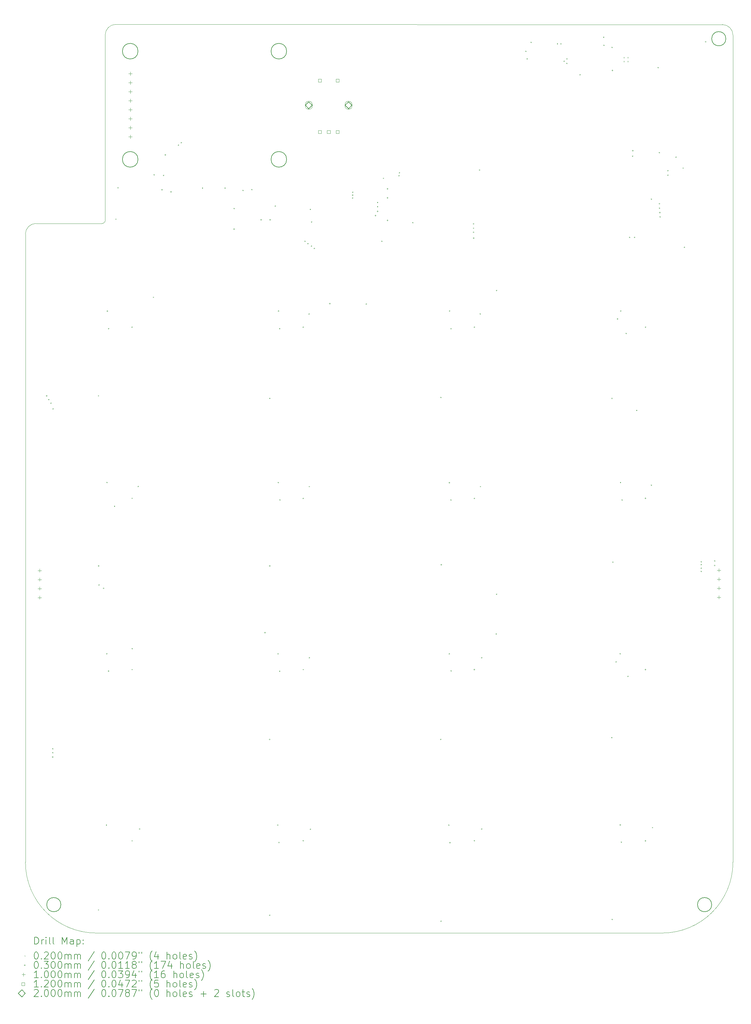
<source format=gbr>
%TF.GenerationSoftware,KiCad,Pcbnew,9.0.1*%
%TF.CreationDate,2025-08-16T12:46:44+08:00*%
%TF.ProjectId,final version,66696e61-6c20-4766-9572-73696f6e2e6b,rev?*%
%TF.SameCoordinates,Original*%
%TF.FileFunction,Drillmap*%
%TF.FilePolarity,Positive*%
%FSLAX45Y45*%
G04 Gerber Fmt 4.5, Leading zero omitted, Abs format (unit mm)*
G04 Created by KiCad (PCBNEW 9.0.1) date 2025-08-16 12:46:44*
%MOMM*%
%LPD*%
G01*
G04 APERTURE LIST*
%ADD10C,0.050000*%
%ADD11C,0.200000*%
%ADD12C,0.100000*%
%ADD13C,0.120000*%
G04 APERTURE END LIST*
D10*
X24400000Y-6725000D02*
X24400000Y-30025000D01*
D11*
X7624500Y-7176000D02*
G75*
G02*
X7184500Y-7176000I-220000J0D01*
G01*
X7184500Y-7176000D02*
G75*
G02*
X7624500Y-7176000I220000J0D01*
G01*
D10*
X6450000Y-32025000D02*
X22400000Y-32025000D01*
D11*
X7624500Y-10224000D02*
G75*
G02*
X7184500Y-10224000I-220000J0D01*
G01*
X7184500Y-10224000D02*
G75*
G02*
X7624500Y-10224000I220000J0D01*
G01*
D10*
X4450000Y-12330000D02*
G75*
G02*
X4750000Y-12030000I300000J0D01*
G01*
X6700000Y-11945000D02*
G75*
G02*
X6615000Y-12030000I-85000J0D01*
G01*
D11*
X24200000Y-6825000D02*
G75*
G02*
X23800000Y-6825000I-200000J0D01*
G01*
X23800000Y-6825000D02*
G75*
G02*
X24200000Y-6825000I200000J0D01*
G01*
D10*
X4750000Y-12030000D02*
X6615000Y-12030000D01*
X24400000Y-30025000D02*
G75*
G02*
X22400000Y-32025000I-2000000J0D01*
G01*
D11*
X11815500Y-10224000D02*
G75*
G02*
X11375500Y-10224000I-220000J0D01*
G01*
X11375500Y-10224000D02*
G75*
G02*
X11815500Y-10224000I220000J0D01*
G01*
D10*
X6700000Y-6720000D02*
G75*
G02*
X7000000Y-6420000I300000J0D01*
G01*
X6450000Y-32025000D02*
G75*
G02*
X4450000Y-30025000I0J2000000D01*
G01*
D11*
X11815500Y-7176000D02*
G75*
G02*
X11375500Y-7176000I-220000J0D01*
G01*
X11375500Y-7176000D02*
G75*
G02*
X11815500Y-7176000I220000J0D01*
G01*
D10*
X4450000Y-12330000D02*
X4450000Y-30025000D01*
X7000000Y-6420000D02*
X24100000Y-6425000D01*
D11*
X23800000Y-31225000D02*
G75*
G02*
X23400000Y-31225000I-200000J0D01*
G01*
X23400000Y-31225000D02*
G75*
G02*
X23800000Y-31225000I200000J0D01*
G01*
D10*
X6700000Y-6720000D02*
X6700000Y-11945000D01*
D11*
X5450000Y-31225000D02*
G75*
G02*
X5050000Y-31225000I-200000J0D01*
G01*
X5050000Y-31225000D02*
G75*
G02*
X5450000Y-31225000I200000J0D01*
G01*
D10*
X24100000Y-6425000D02*
G75*
G02*
X24400000Y-6725000I0J-300000D01*
G01*
D11*
D12*
X21314500Y-7345000D02*
X21334500Y-7365000D01*
X21334500Y-7345000D02*
X21314500Y-7365000D01*
X21314500Y-7455000D02*
X21334500Y-7475000D01*
X21334500Y-7455000D02*
X21314500Y-7475000D01*
X21424500Y-7345000D02*
X21444500Y-7365000D01*
X21444500Y-7345000D02*
X21424500Y-7365000D01*
X21424500Y-7455000D02*
X21444500Y-7475000D01*
X21444500Y-7455000D02*
X21424500Y-7475000D01*
X5065000Y-16890000D02*
G75*
G02*
X5035000Y-16890000I-15000J0D01*
G01*
X5035000Y-16890000D02*
G75*
G02*
X5065000Y-16890000I15000J0D01*
G01*
X5125000Y-16995000D02*
G75*
G02*
X5095000Y-16995000I-15000J0D01*
G01*
X5095000Y-16995000D02*
G75*
G02*
X5125000Y-16995000I15000J0D01*
G01*
X5185000Y-17095000D02*
G75*
G02*
X5155000Y-17095000I-15000J0D01*
G01*
X5155000Y-17095000D02*
G75*
G02*
X5185000Y-17095000I15000J0D01*
G01*
X5235000Y-26835000D02*
G75*
G02*
X5205000Y-26835000I-15000J0D01*
G01*
X5205000Y-26835000D02*
G75*
G02*
X5235000Y-26835000I15000J0D01*
G01*
X5235000Y-26945000D02*
G75*
G02*
X5205000Y-26945000I-15000J0D01*
G01*
X5205000Y-26945000D02*
G75*
G02*
X5235000Y-26945000I15000J0D01*
G01*
X5235000Y-27065000D02*
G75*
G02*
X5205000Y-27065000I-15000J0D01*
G01*
X5205000Y-27065000D02*
G75*
G02*
X5235000Y-27065000I15000J0D01*
G01*
X5245000Y-17255000D02*
G75*
G02*
X5215000Y-17255000I-15000J0D01*
G01*
X5215000Y-17255000D02*
G75*
G02*
X5245000Y-17255000I15000J0D01*
G01*
X6525000Y-16890000D02*
G75*
G02*
X6495000Y-16890000I-15000J0D01*
G01*
X6495000Y-16890000D02*
G75*
G02*
X6525000Y-16890000I15000J0D01*
G01*
X6525000Y-31375000D02*
G75*
G02*
X6495000Y-31375000I-15000J0D01*
G01*
X6495000Y-31375000D02*
G75*
G02*
X6525000Y-31375000I15000J0D01*
G01*
X6530000Y-21680000D02*
G75*
G02*
X6500000Y-21680000I-15000J0D01*
G01*
X6500000Y-21680000D02*
G75*
G02*
X6530000Y-21680000I15000J0D01*
G01*
X6540000Y-22215000D02*
G75*
G02*
X6510000Y-22215000I-15000J0D01*
G01*
X6510000Y-22215000D02*
G75*
G02*
X6540000Y-22215000I15000J0D01*
G01*
X6670000Y-22310000D02*
G75*
G02*
X6640000Y-22310000I-15000J0D01*
G01*
X6640000Y-22310000D02*
G75*
G02*
X6670000Y-22310000I15000J0D01*
G01*
X6750000Y-28985000D02*
G75*
G02*
X6720000Y-28985000I-15000J0D01*
G01*
X6720000Y-28985000D02*
G75*
G02*
X6750000Y-28985000I15000J0D01*
G01*
X6760000Y-24155000D02*
G75*
G02*
X6730000Y-24155000I-15000J0D01*
G01*
X6730000Y-24155000D02*
G75*
G02*
X6760000Y-24155000I15000J0D01*
G01*
X6765000Y-19330000D02*
G75*
G02*
X6735000Y-19330000I-15000J0D01*
G01*
X6735000Y-19330000D02*
G75*
G02*
X6765000Y-19330000I15000J0D01*
G01*
X6775000Y-14500000D02*
G75*
G02*
X6745000Y-14500000I-15000J0D01*
G01*
X6745000Y-14500000D02*
G75*
G02*
X6775000Y-14500000I15000J0D01*
G01*
X6810000Y-14995000D02*
G75*
G02*
X6780000Y-14995000I-15000J0D01*
G01*
X6780000Y-14995000D02*
G75*
G02*
X6810000Y-14995000I15000J0D01*
G01*
X6810000Y-24645000D02*
G75*
G02*
X6780000Y-24645000I-15000J0D01*
G01*
X6780000Y-24645000D02*
G75*
G02*
X6810000Y-24645000I15000J0D01*
G01*
X6980000Y-20000000D02*
G75*
G02*
X6950000Y-20000000I-15000J0D01*
G01*
X6950000Y-20000000D02*
G75*
G02*
X6980000Y-20000000I15000J0D01*
G01*
X7015000Y-11910000D02*
G75*
G02*
X6985000Y-11910000I-15000J0D01*
G01*
X6985000Y-11910000D02*
G75*
G02*
X7015000Y-11910000I15000J0D01*
G01*
X7077326Y-11025100D02*
G75*
G02*
X7047326Y-11025100I-15000J0D01*
G01*
X7047326Y-11025100D02*
G75*
G02*
X7077326Y-11025100I15000J0D01*
G01*
X7473000Y-14952000D02*
G75*
G02*
X7443000Y-14952000I-15000J0D01*
G01*
X7443000Y-14952000D02*
G75*
G02*
X7473000Y-14952000I15000J0D01*
G01*
X7473000Y-19777000D02*
G75*
G02*
X7443000Y-19777000I-15000J0D01*
G01*
X7443000Y-19777000D02*
G75*
G02*
X7473000Y-19777000I15000J0D01*
G01*
X7473000Y-24602000D02*
G75*
G02*
X7443000Y-24602000I-15000J0D01*
G01*
X7443000Y-24602000D02*
G75*
G02*
X7473000Y-24602000I15000J0D01*
G01*
X7473000Y-29427000D02*
G75*
G02*
X7443000Y-29427000I-15000J0D01*
G01*
X7443000Y-29427000D02*
G75*
G02*
X7473000Y-29427000I15000J0D01*
G01*
X7475000Y-24010000D02*
G75*
G02*
X7445000Y-24010000I-15000J0D01*
G01*
X7445000Y-24010000D02*
G75*
G02*
X7475000Y-24010000I15000J0D01*
G01*
X7645000Y-19445000D02*
G75*
G02*
X7615000Y-19445000I-15000J0D01*
G01*
X7615000Y-19445000D02*
G75*
G02*
X7645000Y-19445000I15000J0D01*
G01*
X7685000Y-29095000D02*
G75*
G02*
X7655000Y-29095000I-15000J0D01*
G01*
X7655000Y-29095000D02*
G75*
G02*
X7685000Y-29095000I15000J0D01*
G01*
X8075000Y-14110000D02*
G75*
G02*
X8045000Y-14110000I-15000J0D01*
G01*
X8045000Y-14110000D02*
G75*
G02*
X8075000Y-14110000I15000J0D01*
G01*
X8095000Y-10660000D02*
G75*
G02*
X8065000Y-10660000I-15000J0D01*
G01*
X8065000Y-10660000D02*
G75*
G02*
X8095000Y-10660000I15000J0D01*
G01*
X8315000Y-11080000D02*
G75*
G02*
X8285000Y-11080000I-15000J0D01*
G01*
X8285000Y-11080000D02*
G75*
G02*
X8315000Y-11080000I15000J0D01*
G01*
X8360000Y-10675000D02*
G75*
G02*
X8330000Y-10675000I-15000J0D01*
G01*
X8330000Y-10675000D02*
G75*
G02*
X8360000Y-10675000I15000J0D01*
G01*
X8410000Y-10100000D02*
G75*
G02*
X8380000Y-10100000I-15000J0D01*
G01*
X8380000Y-10100000D02*
G75*
G02*
X8410000Y-10100000I15000J0D01*
G01*
X8570000Y-11140000D02*
G75*
G02*
X8540000Y-11140000I-15000J0D01*
G01*
X8540000Y-11140000D02*
G75*
G02*
X8570000Y-11140000I15000J0D01*
G01*
X8780000Y-9825000D02*
G75*
G02*
X8750000Y-9825000I-15000J0D01*
G01*
X8750000Y-9825000D02*
G75*
G02*
X8780000Y-9825000I15000J0D01*
G01*
X8860000Y-9755000D02*
G75*
G02*
X8830000Y-9755000I-15000J0D01*
G01*
X8830000Y-9755000D02*
G75*
G02*
X8860000Y-9755000I15000J0D01*
G01*
X9460000Y-11035000D02*
G75*
G02*
X9430000Y-11035000I-15000J0D01*
G01*
X9430000Y-11035000D02*
G75*
G02*
X9460000Y-11035000I15000J0D01*
G01*
X10095000Y-11035000D02*
G75*
G02*
X10065000Y-11035000I-15000J0D01*
G01*
X10065000Y-11035000D02*
G75*
G02*
X10095000Y-11035000I15000J0D01*
G01*
X10350000Y-11610000D02*
G75*
G02*
X10320000Y-11610000I-15000J0D01*
G01*
X10320000Y-11610000D02*
G75*
G02*
X10350000Y-11610000I15000J0D01*
G01*
X10350000Y-12190000D02*
G75*
G02*
X10320000Y-12190000I-15000J0D01*
G01*
X10320000Y-12190000D02*
G75*
G02*
X10350000Y-12190000I15000J0D01*
G01*
X10600000Y-11100000D02*
G75*
G02*
X10570000Y-11100000I-15000J0D01*
G01*
X10570000Y-11100000D02*
G75*
G02*
X10600000Y-11100000I15000J0D01*
G01*
X10850000Y-11080000D02*
G75*
G02*
X10820000Y-11080000I-15000J0D01*
G01*
X10820000Y-11080000D02*
G75*
G02*
X10850000Y-11080000I15000J0D01*
G01*
X11112000Y-11927000D02*
G75*
G02*
X11082000Y-11927000I-15000J0D01*
G01*
X11082000Y-11927000D02*
G75*
G02*
X11112000Y-11927000I15000J0D01*
G01*
X11220000Y-23560000D02*
G75*
G02*
X11190000Y-23560000I-15000J0D01*
G01*
X11190000Y-23560000D02*
G75*
G02*
X11220000Y-23560000I15000J0D01*
G01*
X11350000Y-26570000D02*
G75*
G02*
X11320000Y-26570000I-15000J0D01*
G01*
X11320000Y-26570000D02*
G75*
G02*
X11350000Y-26570000I15000J0D01*
G01*
X11355000Y-16960000D02*
G75*
G02*
X11325000Y-16960000I-15000J0D01*
G01*
X11325000Y-16960000D02*
G75*
G02*
X11355000Y-16960000I15000J0D01*
G01*
X11355000Y-21680000D02*
G75*
G02*
X11325000Y-21680000I-15000J0D01*
G01*
X11325000Y-21680000D02*
G75*
G02*
X11355000Y-21680000I15000J0D01*
G01*
X11355000Y-31525000D02*
G75*
G02*
X11325000Y-31525000I-15000J0D01*
G01*
X11325000Y-31525000D02*
G75*
G02*
X11355000Y-31525000I15000J0D01*
G01*
X11366000Y-11927000D02*
G75*
G02*
X11336000Y-11927000I-15000J0D01*
G01*
X11336000Y-11927000D02*
G75*
G02*
X11366000Y-11927000I15000J0D01*
G01*
X11510000Y-11540000D02*
G75*
G02*
X11480000Y-11540000I-15000J0D01*
G01*
X11480000Y-11540000D02*
G75*
G02*
X11510000Y-11540000I15000J0D01*
G01*
X11580000Y-28985000D02*
G75*
G02*
X11550000Y-28985000I-15000J0D01*
G01*
X11550000Y-28985000D02*
G75*
G02*
X11580000Y-28985000I15000J0D01*
G01*
X11587500Y-24157500D02*
G75*
G02*
X11557500Y-24157500I-15000J0D01*
G01*
X11557500Y-24157500D02*
G75*
G02*
X11587500Y-24157500I15000J0D01*
G01*
X11595000Y-19335000D02*
G75*
G02*
X11565000Y-19335000I-15000J0D01*
G01*
X11565000Y-19335000D02*
G75*
G02*
X11595000Y-19335000I15000J0D01*
G01*
X11600000Y-14500000D02*
G75*
G02*
X11570000Y-14500000I-15000J0D01*
G01*
X11570000Y-14500000D02*
G75*
G02*
X11600000Y-14500000I15000J0D01*
G01*
X11615000Y-29475000D02*
G75*
G02*
X11585000Y-29475000I-15000J0D01*
G01*
X11585000Y-29475000D02*
G75*
G02*
X11615000Y-29475000I15000J0D01*
G01*
X11635000Y-14995000D02*
G75*
G02*
X11605000Y-14995000I-15000J0D01*
G01*
X11605000Y-14995000D02*
G75*
G02*
X11635000Y-14995000I15000J0D01*
G01*
X11635000Y-24650000D02*
G75*
G02*
X11605000Y-24650000I-15000J0D01*
G01*
X11605000Y-24650000D02*
G75*
G02*
X11635000Y-24650000I15000J0D01*
G01*
X11640000Y-19820000D02*
G75*
G02*
X11610000Y-19820000I-15000J0D01*
G01*
X11610000Y-19820000D02*
G75*
G02*
X11640000Y-19820000I15000J0D01*
G01*
X12298000Y-14952000D02*
G75*
G02*
X12268000Y-14952000I-15000J0D01*
G01*
X12268000Y-14952000D02*
G75*
G02*
X12298000Y-14952000I15000J0D01*
G01*
X12298000Y-19777000D02*
G75*
G02*
X12268000Y-19777000I-15000J0D01*
G01*
X12268000Y-19777000D02*
G75*
G02*
X12298000Y-19777000I15000J0D01*
G01*
X12298000Y-24602000D02*
G75*
G02*
X12268000Y-24602000I-15000J0D01*
G01*
X12268000Y-24602000D02*
G75*
G02*
X12298000Y-24602000I15000J0D01*
G01*
X12298000Y-29427000D02*
G75*
G02*
X12268000Y-29427000I-15000J0D01*
G01*
X12268000Y-29427000D02*
G75*
G02*
X12298000Y-29427000I15000J0D01*
G01*
X12350000Y-12535300D02*
G75*
G02*
X12320000Y-12535300I-15000J0D01*
G01*
X12320000Y-12535300D02*
G75*
G02*
X12350000Y-12535300I15000J0D01*
G01*
X12430000Y-12600000D02*
G75*
G02*
X12400000Y-12600000I-15000J0D01*
G01*
X12400000Y-12600000D02*
G75*
G02*
X12430000Y-12600000I15000J0D01*
G01*
X12462500Y-14582500D02*
G75*
G02*
X12432500Y-14582500I-15000J0D01*
G01*
X12432500Y-14582500D02*
G75*
G02*
X12462500Y-14582500I15000J0D01*
G01*
X12470000Y-19445000D02*
G75*
G02*
X12440000Y-19445000I-15000J0D01*
G01*
X12440000Y-19445000D02*
G75*
G02*
X12470000Y-19445000I15000J0D01*
G01*
X12470000Y-24270000D02*
G75*
G02*
X12440000Y-24270000I-15000J0D01*
G01*
X12440000Y-24270000D02*
G75*
G02*
X12470000Y-24270000I15000J0D01*
G01*
X12500000Y-11635000D02*
G75*
G02*
X12470000Y-11635000I-15000J0D01*
G01*
X12470000Y-11635000D02*
G75*
G02*
X12500000Y-11635000I15000J0D01*
G01*
X12500000Y-29100000D02*
G75*
G02*
X12470000Y-29100000I-15000J0D01*
G01*
X12470000Y-29100000D02*
G75*
G02*
X12500000Y-29100000I15000J0D01*
G01*
X12530000Y-12670000D02*
G75*
G02*
X12500000Y-12670000I-15000J0D01*
G01*
X12500000Y-12670000D02*
G75*
G02*
X12530000Y-12670000I15000J0D01*
G01*
X12535000Y-11990000D02*
G75*
G02*
X12505000Y-11990000I-15000J0D01*
G01*
X12505000Y-11990000D02*
G75*
G02*
X12535000Y-11990000I15000J0D01*
G01*
X12610000Y-12735000D02*
G75*
G02*
X12580000Y-12735000I-15000J0D01*
G01*
X12580000Y-12735000D02*
G75*
G02*
X12610000Y-12735000I15000J0D01*
G01*
X13050000Y-14290000D02*
G75*
G02*
X13020000Y-14290000I-15000J0D01*
G01*
X13020000Y-14290000D02*
G75*
G02*
X13050000Y-14290000I15000J0D01*
G01*
X13691378Y-11316084D02*
G75*
G02*
X13661378Y-11316084I-15000J0D01*
G01*
X13661378Y-11316084D02*
G75*
G02*
X13691378Y-11316084I15000J0D01*
G01*
X13692573Y-11232426D02*
G75*
G02*
X13662573Y-11232426I-15000J0D01*
G01*
X13662573Y-11232426D02*
G75*
G02*
X13692573Y-11232426I15000J0D01*
G01*
X13695000Y-11150000D02*
G75*
G02*
X13665000Y-11150000I-15000J0D01*
G01*
X13665000Y-11150000D02*
G75*
G02*
X13695000Y-11150000I15000J0D01*
G01*
X14075000Y-14300000D02*
G75*
G02*
X14045000Y-14300000I-15000J0D01*
G01*
X14045000Y-14300000D02*
G75*
G02*
X14075000Y-14300000I15000J0D01*
G01*
X14335000Y-11810000D02*
G75*
G02*
X14305000Y-11810000I-15000J0D01*
G01*
X14305000Y-11810000D02*
G75*
G02*
X14335000Y-11810000I15000J0D01*
G01*
X14395000Y-11440000D02*
G75*
G02*
X14365000Y-11440000I-15000J0D01*
G01*
X14365000Y-11440000D02*
G75*
G02*
X14395000Y-11440000I15000J0D01*
G01*
X14395000Y-11560000D02*
G75*
G02*
X14365000Y-11560000I-15000J0D01*
G01*
X14365000Y-11560000D02*
G75*
G02*
X14395000Y-11560000I15000J0D01*
G01*
X14395000Y-11690000D02*
G75*
G02*
X14365000Y-11690000I-15000J0D01*
G01*
X14365000Y-11690000D02*
G75*
G02*
X14395000Y-11690000I15000J0D01*
G01*
X14515000Y-12535300D02*
G75*
G02*
X14485000Y-12535300I-15000J0D01*
G01*
X14485000Y-12535300D02*
G75*
G02*
X14515000Y-12535300I15000J0D01*
G01*
X14560000Y-10760000D02*
G75*
G02*
X14530000Y-10760000I-15000J0D01*
G01*
X14530000Y-10760000D02*
G75*
G02*
X14560000Y-10760000I15000J0D01*
G01*
X14673700Y-11055500D02*
G75*
G02*
X14643700Y-11055500I-15000J0D01*
G01*
X14643700Y-11055500D02*
G75*
G02*
X14673700Y-11055500I15000J0D01*
G01*
X14673700Y-11309500D02*
G75*
G02*
X14643700Y-11309500I-15000J0D01*
G01*
X14643700Y-11309500D02*
G75*
G02*
X14673700Y-11309500I15000J0D01*
G01*
X14673700Y-11944500D02*
G75*
G02*
X14643700Y-11944500I-15000J0D01*
G01*
X14643700Y-11944500D02*
G75*
G02*
X14673700Y-11944500I15000J0D01*
G01*
X15000000Y-10685000D02*
G75*
G02*
X14970000Y-10685000I-15000J0D01*
G01*
X14970000Y-10685000D02*
G75*
G02*
X15000000Y-10685000I15000J0D01*
G01*
X15010000Y-10605000D02*
G75*
G02*
X14980000Y-10605000I-15000J0D01*
G01*
X14980000Y-10605000D02*
G75*
G02*
X15010000Y-10605000I15000J0D01*
G01*
X15390000Y-12010000D02*
G75*
G02*
X15360000Y-12010000I-15000J0D01*
G01*
X15360000Y-12010000D02*
G75*
G02*
X15390000Y-12010000I15000J0D01*
G01*
X16175000Y-26570000D02*
G75*
G02*
X16145000Y-26570000I-15000J0D01*
G01*
X16145000Y-26570000D02*
G75*
G02*
X16175000Y-26570000I15000J0D01*
G01*
X16180000Y-16935000D02*
G75*
G02*
X16150000Y-16935000I-15000J0D01*
G01*
X16150000Y-16935000D02*
G75*
G02*
X16180000Y-16935000I15000J0D01*
G01*
X16185000Y-31690000D02*
G75*
G02*
X16155000Y-31690000I-15000J0D01*
G01*
X16155000Y-31690000D02*
G75*
G02*
X16185000Y-31690000I15000J0D01*
G01*
X16190000Y-21645000D02*
G75*
G02*
X16160000Y-21645000I-15000J0D01*
G01*
X16160000Y-21645000D02*
G75*
G02*
X16190000Y-21645000I15000J0D01*
G01*
X16405000Y-28985000D02*
G75*
G02*
X16375000Y-28985000I-15000J0D01*
G01*
X16375000Y-28985000D02*
G75*
G02*
X16405000Y-28985000I15000J0D01*
G01*
X16415000Y-24160000D02*
G75*
G02*
X16385000Y-24160000I-15000J0D01*
G01*
X16385000Y-24160000D02*
G75*
G02*
X16415000Y-24160000I15000J0D01*
G01*
X16420000Y-19335000D02*
G75*
G02*
X16390000Y-19335000I-15000J0D01*
G01*
X16390000Y-19335000D02*
G75*
G02*
X16420000Y-19335000I15000J0D01*
G01*
X16425000Y-14500000D02*
G75*
G02*
X16395000Y-14500000I-15000J0D01*
G01*
X16395000Y-14500000D02*
G75*
G02*
X16425000Y-14500000I15000J0D01*
G01*
X16435000Y-29480000D02*
G75*
G02*
X16405000Y-29480000I-15000J0D01*
G01*
X16405000Y-29480000D02*
G75*
G02*
X16435000Y-29480000I15000J0D01*
G01*
X16465000Y-14995000D02*
G75*
G02*
X16435000Y-14995000I-15000J0D01*
G01*
X16435000Y-14995000D02*
G75*
G02*
X16465000Y-14995000I15000J0D01*
G01*
X16465000Y-19825000D02*
G75*
G02*
X16435000Y-19825000I-15000J0D01*
G01*
X16435000Y-19825000D02*
G75*
G02*
X16465000Y-19825000I15000J0D01*
G01*
X16467500Y-24637500D02*
G75*
G02*
X16437500Y-24637500I-15000J0D01*
G01*
X16437500Y-24637500D02*
G75*
G02*
X16467500Y-24637500I15000J0D01*
G01*
X17100000Y-12040000D02*
G75*
G02*
X17070000Y-12040000I-15000J0D01*
G01*
X17070000Y-12040000D02*
G75*
G02*
X17100000Y-12040000I15000J0D01*
G01*
X17100000Y-12165000D02*
G75*
G02*
X17070000Y-12165000I-15000J0D01*
G01*
X17070000Y-12165000D02*
G75*
G02*
X17100000Y-12165000I15000J0D01*
G01*
X17100000Y-12280000D02*
G75*
G02*
X17070000Y-12280000I-15000J0D01*
G01*
X17070000Y-12280000D02*
G75*
G02*
X17100000Y-12280000I15000J0D01*
G01*
X17105000Y-12445000D02*
G75*
G02*
X17075000Y-12445000I-15000J0D01*
G01*
X17075000Y-12445000D02*
G75*
G02*
X17105000Y-12445000I15000J0D01*
G01*
X17123000Y-14952000D02*
G75*
G02*
X17093000Y-14952000I-15000J0D01*
G01*
X17093000Y-14952000D02*
G75*
G02*
X17123000Y-14952000I15000J0D01*
G01*
X17123000Y-19777000D02*
G75*
G02*
X17093000Y-19777000I-15000J0D01*
G01*
X17093000Y-19777000D02*
G75*
G02*
X17123000Y-19777000I15000J0D01*
G01*
X17123000Y-24602000D02*
G75*
G02*
X17093000Y-24602000I-15000J0D01*
G01*
X17093000Y-24602000D02*
G75*
G02*
X17123000Y-24602000I15000J0D01*
G01*
X17123000Y-29427000D02*
G75*
G02*
X17093000Y-29427000I-15000J0D01*
G01*
X17093000Y-29427000D02*
G75*
G02*
X17123000Y-29427000I15000J0D01*
G01*
X17270000Y-10525000D02*
G75*
G02*
X17240000Y-10525000I-15000J0D01*
G01*
X17240000Y-10525000D02*
G75*
G02*
X17270000Y-10525000I15000J0D01*
G01*
X17290000Y-14580000D02*
G75*
G02*
X17260000Y-14580000I-15000J0D01*
G01*
X17260000Y-14580000D02*
G75*
G02*
X17290000Y-14580000I15000J0D01*
G01*
X17295000Y-19445000D02*
G75*
G02*
X17265000Y-19445000I-15000J0D01*
G01*
X17265000Y-19445000D02*
G75*
G02*
X17295000Y-19445000I15000J0D01*
G01*
X17330000Y-24270000D02*
G75*
G02*
X17300000Y-24270000I-15000J0D01*
G01*
X17300000Y-24270000D02*
G75*
G02*
X17330000Y-24270000I15000J0D01*
G01*
X17330000Y-29095000D02*
G75*
G02*
X17300000Y-29095000I-15000J0D01*
G01*
X17300000Y-29095000D02*
G75*
G02*
X17330000Y-29095000I15000J0D01*
G01*
X17740000Y-23600000D02*
G75*
G02*
X17710000Y-23600000I-15000J0D01*
G01*
X17710000Y-23600000D02*
G75*
G02*
X17740000Y-23600000I15000J0D01*
G01*
X17750000Y-13920000D02*
G75*
G02*
X17720000Y-13920000I-15000J0D01*
G01*
X17720000Y-13920000D02*
G75*
G02*
X17750000Y-13920000I15000J0D01*
G01*
X17750000Y-22480000D02*
G75*
G02*
X17720000Y-22480000I-15000J0D01*
G01*
X17720000Y-22480000D02*
G75*
G02*
X17750000Y-22480000I15000J0D01*
G01*
X18575000Y-7180000D02*
G75*
G02*
X18545000Y-7180000I-15000J0D01*
G01*
X18545000Y-7180000D02*
G75*
G02*
X18575000Y-7180000I15000J0D01*
G01*
X18612500Y-7392500D02*
G75*
G02*
X18582500Y-7392500I-15000J0D01*
G01*
X18582500Y-7392500D02*
G75*
G02*
X18612500Y-7392500I15000J0D01*
G01*
X18725000Y-6930000D02*
G75*
G02*
X18695000Y-6930000I-15000J0D01*
G01*
X18695000Y-6930000D02*
G75*
G02*
X18725000Y-6930000I15000J0D01*
G01*
X19465000Y-6970000D02*
G75*
G02*
X19435000Y-6970000I-15000J0D01*
G01*
X19435000Y-6970000D02*
G75*
G02*
X19465000Y-6970000I15000J0D01*
G01*
X19565000Y-6970000D02*
G75*
G02*
X19535000Y-6970000I-15000J0D01*
G01*
X19535000Y-6970000D02*
G75*
G02*
X19565000Y-6970000I15000J0D01*
G01*
X19655000Y-7457500D02*
G75*
G02*
X19625000Y-7457500I-15000J0D01*
G01*
X19625000Y-7457500D02*
G75*
G02*
X19655000Y-7457500I15000J0D01*
G01*
X19732500Y-7392500D02*
G75*
G02*
X19702500Y-7392500I-15000J0D01*
G01*
X19702500Y-7392500D02*
G75*
G02*
X19732500Y-7392500I15000J0D01*
G01*
X19732500Y-7522500D02*
G75*
G02*
X19702500Y-7522500I-15000J0D01*
G01*
X19702500Y-7522500D02*
G75*
G02*
X19732500Y-7522500I15000J0D01*
G01*
X20103750Y-7840000D02*
G75*
G02*
X20073750Y-7840000I-15000J0D01*
G01*
X20073750Y-7840000D02*
G75*
G02*
X20103750Y-7840000I15000J0D01*
G01*
X20770000Y-6785000D02*
G75*
G02*
X20740000Y-6785000I-15000J0D01*
G01*
X20740000Y-6785000D02*
G75*
G02*
X20770000Y-6785000I15000J0D01*
G01*
X20775000Y-7010000D02*
G75*
G02*
X20745000Y-7010000I-15000J0D01*
G01*
X20745000Y-7010000D02*
G75*
G02*
X20775000Y-7010000I15000J0D01*
G01*
X21000000Y-26520000D02*
G75*
G02*
X20970000Y-26520000I-15000J0D01*
G01*
X20970000Y-26520000D02*
G75*
G02*
X21000000Y-26520000I15000J0D01*
G01*
X21005000Y-7070000D02*
G75*
G02*
X20975000Y-7070000I-15000J0D01*
G01*
X20975000Y-7070000D02*
G75*
G02*
X21005000Y-7070000I15000J0D01*
G01*
X21005000Y-16960000D02*
G75*
G02*
X20975000Y-16960000I-15000J0D01*
G01*
X20975000Y-16960000D02*
G75*
G02*
X21005000Y-16960000I15000J0D01*
G01*
X21010000Y-31645000D02*
G75*
G02*
X20980000Y-31645000I-15000J0D01*
G01*
X20980000Y-31645000D02*
G75*
G02*
X21010000Y-31645000I15000J0D01*
G01*
X21015000Y-7720000D02*
G75*
G02*
X20985000Y-7720000I-15000J0D01*
G01*
X20985000Y-7720000D02*
G75*
G02*
X21015000Y-7720000I15000J0D01*
G01*
X21030000Y-21575000D02*
G75*
G02*
X21000000Y-21575000I-15000J0D01*
G01*
X21000000Y-21575000D02*
G75*
G02*
X21030000Y-21575000I15000J0D01*
G01*
X21120000Y-24385000D02*
G75*
G02*
X21090000Y-24385000I-15000J0D01*
G01*
X21090000Y-24385000D02*
G75*
G02*
X21120000Y-24385000I15000J0D01*
G01*
X21160000Y-14720000D02*
G75*
G02*
X21130000Y-14720000I-15000J0D01*
G01*
X21130000Y-14720000D02*
G75*
G02*
X21160000Y-14720000I15000J0D01*
G01*
X21235000Y-24155000D02*
G75*
G02*
X21205000Y-24155000I-15000J0D01*
G01*
X21205000Y-24155000D02*
G75*
G02*
X21235000Y-24155000I15000J0D01*
G01*
X21235000Y-28980000D02*
G75*
G02*
X21205000Y-28980000I-15000J0D01*
G01*
X21205000Y-28980000D02*
G75*
G02*
X21235000Y-28980000I15000J0D01*
G01*
X21245000Y-19330000D02*
G75*
G02*
X21215000Y-19330000I-15000J0D01*
G01*
X21215000Y-19330000D02*
G75*
G02*
X21245000Y-19330000I15000J0D01*
G01*
X21250000Y-14500000D02*
G75*
G02*
X21220000Y-14500000I-15000J0D01*
G01*
X21220000Y-14500000D02*
G75*
G02*
X21250000Y-14500000I15000J0D01*
G01*
X21267500Y-29462500D02*
G75*
G02*
X21237500Y-29462500I-15000J0D01*
G01*
X21237500Y-29462500D02*
G75*
G02*
X21267500Y-29462500I15000J0D01*
G01*
X21290000Y-19825000D02*
G75*
G02*
X21260000Y-19825000I-15000J0D01*
G01*
X21260000Y-19825000D02*
G75*
G02*
X21290000Y-19825000I15000J0D01*
G01*
X21405000Y-15130000D02*
G75*
G02*
X21375000Y-15130000I-15000J0D01*
G01*
X21375000Y-15130000D02*
G75*
G02*
X21405000Y-15130000I15000J0D01*
G01*
X21455000Y-24795000D02*
G75*
G02*
X21425000Y-24795000I-15000J0D01*
G01*
X21425000Y-24795000D02*
G75*
G02*
X21455000Y-24795000I15000J0D01*
G01*
X21500000Y-12425000D02*
G75*
G02*
X21470000Y-12425000I-15000J0D01*
G01*
X21470000Y-12425000D02*
G75*
G02*
X21500000Y-12425000I15000J0D01*
G01*
X21585000Y-10135000D02*
G75*
G02*
X21555000Y-10135000I-15000J0D01*
G01*
X21555000Y-10135000D02*
G75*
G02*
X21585000Y-10135000I15000J0D01*
G01*
X21590000Y-9980000D02*
G75*
G02*
X21560000Y-9980000I-15000J0D01*
G01*
X21560000Y-9980000D02*
G75*
G02*
X21590000Y-9980000I15000J0D01*
G01*
X21641250Y-12425000D02*
G75*
G02*
X21611250Y-12425000I-15000J0D01*
G01*
X21611250Y-12425000D02*
G75*
G02*
X21641250Y-12425000I15000J0D01*
G01*
X21703000Y-17300000D02*
G75*
G02*
X21673000Y-17300000I-15000J0D01*
G01*
X21673000Y-17300000D02*
G75*
G02*
X21703000Y-17300000I15000J0D01*
G01*
X21948000Y-14952000D02*
G75*
G02*
X21918000Y-14952000I-15000J0D01*
G01*
X21918000Y-14952000D02*
G75*
G02*
X21948000Y-14952000I15000J0D01*
G01*
X21948000Y-19777000D02*
G75*
G02*
X21918000Y-19777000I-15000J0D01*
G01*
X21918000Y-19777000D02*
G75*
G02*
X21948000Y-19777000I15000J0D01*
G01*
X21948000Y-24602000D02*
G75*
G02*
X21918000Y-24602000I-15000J0D01*
G01*
X21918000Y-24602000D02*
G75*
G02*
X21948000Y-24602000I15000J0D01*
G01*
X21948000Y-29427000D02*
G75*
G02*
X21918000Y-29427000I-15000J0D01*
G01*
X21918000Y-29427000D02*
G75*
G02*
X21948000Y-29427000I15000J0D01*
G01*
X22115000Y-11345500D02*
G75*
G02*
X22085000Y-11345500I-15000J0D01*
G01*
X22085000Y-11345500D02*
G75*
G02*
X22115000Y-11345500I15000J0D01*
G01*
X22115000Y-19405000D02*
G75*
G02*
X22085000Y-19405000I-15000J0D01*
G01*
X22085000Y-19405000D02*
G75*
G02*
X22115000Y-19405000I15000J0D01*
G01*
X22145000Y-29055000D02*
G75*
G02*
X22115000Y-29055000I-15000J0D01*
G01*
X22115000Y-29055000D02*
G75*
G02*
X22145000Y-29055000I15000J0D01*
G01*
X22305000Y-7640000D02*
G75*
G02*
X22275000Y-7640000I-15000J0D01*
G01*
X22275000Y-7640000D02*
G75*
G02*
X22305000Y-7640000I15000J0D01*
G01*
X22337560Y-10037000D02*
G75*
G02*
X22307560Y-10037000I-15000J0D01*
G01*
X22307560Y-10037000D02*
G75*
G02*
X22337560Y-10037000I15000J0D01*
G01*
X22340000Y-11475000D02*
G75*
G02*
X22310000Y-11475000I-15000J0D01*
G01*
X22310000Y-11475000D02*
G75*
G02*
X22340000Y-11475000I15000J0D01*
G01*
X22344500Y-11599500D02*
G75*
G02*
X22314500Y-11599500I-15000J0D01*
G01*
X22314500Y-11599500D02*
G75*
G02*
X22344500Y-11599500I15000J0D01*
G01*
X22355000Y-11725000D02*
G75*
G02*
X22325000Y-11725000I-15000J0D01*
G01*
X22325000Y-11725000D02*
G75*
G02*
X22355000Y-11725000I15000J0D01*
G01*
X22360000Y-11845000D02*
G75*
G02*
X22330000Y-11845000I-15000J0D01*
G01*
X22330000Y-11845000D02*
G75*
G02*
X22360000Y-11845000I15000J0D01*
G01*
X22580000Y-10545000D02*
G75*
G02*
X22550000Y-10545000I-15000J0D01*
G01*
X22550000Y-10545000D02*
G75*
G02*
X22580000Y-10545000I15000J0D01*
G01*
X22582000Y-10672000D02*
G75*
G02*
X22552000Y-10672000I-15000J0D01*
G01*
X22552000Y-10672000D02*
G75*
G02*
X22582000Y-10672000I15000J0D01*
G01*
X22810000Y-10164000D02*
G75*
G02*
X22780000Y-10164000I-15000J0D01*
G01*
X22780000Y-10164000D02*
G75*
G02*
X22810000Y-10164000I15000J0D01*
G01*
X23010000Y-10470000D02*
G75*
G02*
X22980000Y-10470000I-15000J0D01*
G01*
X22980000Y-10470000D02*
G75*
G02*
X23010000Y-10470000I15000J0D01*
G01*
X23045000Y-12705000D02*
G75*
G02*
X23015000Y-12705000I-15000J0D01*
G01*
X23015000Y-12705000D02*
G75*
G02*
X23045000Y-12705000I15000J0D01*
G01*
X23520000Y-21565000D02*
G75*
G02*
X23490000Y-21565000I-15000J0D01*
G01*
X23490000Y-21565000D02*
G75*
G02*
X23520000Y-21565000I15000J0D01*
G01*
X23520000Y-21645000D02*
G75*
G02*
X23490000Y-21645000I-15000J0D01*
G01*
X23490000Y-21645000D02*
G75*
G02*
X23520000Y-21645000I15000J0D01*
G01*
X23520000Y-21745000D02*
G75*
G02*
X23490000Y-21745000I-15000J0D01*
G01*
X23490000Y-21745000D02*
G75*
G02*
X23520000Y-21745000I15000J0D01*
G01*
X23520000Y-21835000D02*
G75*
G02*
X23490000Y-21835000I-15000J0D01*
G01*
X23490000Y-21835000D02*
G75*
G02*
X23520000Y-21835000I15000J0D01*
G01*
X23645000Y-6910000D02*
G75*
G02*
X23615000Y-6910000I-15000J0D01*
G01*
X23615000Y-6910000D02*
G75*
G02*
X23645000Y-6910000I15000J0D01*
G01*
X23900000Y-21667587D02*
G75*
G02*
X23870000Y-21667587I-15000J0D01*
G01*
X23870000Y-21667587D02*
G75*
G02*
X23900000Y-21667587I15000J0D01*
G01*
X23900000Y-21539853D02*
G75*
G02*
X23870000Y-21539853I-15000J0D01*
G01*
X23870000Y-21539853D02*
G75*
G02*
X23900000Y-21539853I15000J0D01*
G01*
X4850000Y-21758000D02*
X4850000Y-21858000D01*
X4800000Y-21808000D02*
X4900000Y-21808000D01*
X4850000Y-22012000D02*
X4850000Y-22112000D01*
X4800000Y-22062000D02*
X4900000Y-22062000D01*
X4850000Y-22266000D02*
X4850000Y-22366000D01*
X4800000Y-22316000D02*
X4900000Y-22316000D01*
X4850000Y-22520000D02*
X4850000Y-22620000D01*
X4800000Y-22570000D02*
X4900000Y-22570000D01*
X7405000Y-7761000D02*
X7405000Y-7861000D01*
X7355000Y-7811000D02*
X7455000Y-7811000D01*
X7405000Y-8015000D02*
X7405000Y-8115000D01*
X7355000Y-8065000D02*
X7455000Y-8065000D01*
X7405000Y-8269000D02*
X7405000Y-8369000D01*
X7355000Y-8319000D02*
X7455000Y-8319000D01*
X7405000Y-8523000D02*
X7405000Y-8623000D01*
X7355000Y-8573000D02*
X7455000Y-8573000D01*
X7405000Y-8777000D02*
X7405000Y-8877000D01*
X7355000Y-8827000D02*
X7455000Y-8827000D01*
X7405000Y-9031000D02*
X7405000Y-9131000D01*
X7355000Y-9081000D02*
X7455000Y-9081000D01*
X7405000Y-9285000D02*
X7405000Y-9385000D01*
X7355000Y-9335000D02*
X7455000Y-9335000D01*
X7405000Y-9539000D02*
X7405000Y-9639000D01*
X7355000Y-9589000D02*
X7455000Y-9589000D01*
X24000000Y-21750000D02*
X24000000Y-21850000D01*
X23950000Y-21800000D02*
X24050000Y-21800000D01*
X24000000Y-22004000D02*
X24000000Y-22104000D01*
X23950000Y-22054000D02*
X24050000Y-22054000D01*
X24000000Y-22258000D02*
X24000000Y-22358000D01*
X23950000Y-22308000D02*
X24050000Y-22308000D01*
X24000000Y-22512000D02*
X24000000Y-22612000D01*
X23950000Y-22562000D02*
X24050000Y-22562000D01*
D13*
X12792427Y-8042427D02*
X12792427Y-7957573D01*
X12707573Y-7957573D01*
X12707573Y-8042427D01*
X12792427Y-8042427D01*
X12792427Y-9492427D02*
X12792427Y-9407573D01*
X12707573Y-9407573D01*
X12707573Y-9492427D01*
X12792427Y-9492427D01*
X13042427Y-9492427D02*
X13042427Y-9407573D01*
X12957573Y-9407573D01*
X12957573Y-9492427D01*
X13042427Y-9492427D01*
X13292427Y-8042427D02*
X13292427Y-7957573D01*
X13207573Y-7957573D01*
X13207573Y-8042427D01*
X13292427Y-8042427D01*
X13292427Y-9492427D02*
X13292427Y-9407573D01*
X13207573Y-9407573D01*
X13207573Y-9492427D01*
X13292427Y-9492427D01*
D11*
X12440000Y-8800000D02*
X12540000Y-8700000D01*
X12440000Y-8600000D01*
X12340000Y-8700000D01*
X12440000Y-8800000D01*
D12*
X12340000Y-8685000D02*
X12340000Y-8715000D01*
X12540000Y-8715000D02*
G75*
G02*
X12340000Y-8715000I-100000J0D01*
G01*
X12540000Y-8715000D02*
X12540000Y-8685000D01*
X12540000Y-8685000D02*
G75*
G03*
X12340000Y-8685000I-100000J0D01*
G01*
D11*
X13560000Y-8800000D02*
X13660000Y-8700000D01*
X13560000Y-8600000D01*
X13460000Y-8700000D01*
X13560000Y-8800000D01*
D12*
X13460000Y-8685000D02*
X13460000Y-8715000D01*
X13660000Y-8715000D02*
G75*
G02*
X13460000Y-8715000I-100000J0D01*
G01*
X13660000Y-8715000D02*
X13660000Y-8685000D01*
X13660000Y-8685000D02*
G75*
G03*
X13460000Y-8685000I-100000J0D01*
G01*
D11*
X4708277Y-32338984D02*
X4708277Y-32138984D01*
X4708277Y-32138984D02*
X4755896Y-32138984D01*
X4755896Y-32138984D02*
X4784467Y-32148508D01*
X4784467Y-32148508D02*
X4803515Y-32167555D01*
X4803515Y-32167555D02*
X4813039Y-32186603D01*
X4813039Y-32186603D02*
X4822563Y-32224698D01*
X4822563Y-32224698D02*
X4822563Y-32253269D01*
X4822563Y-32253269D02*
X4813039Y-32291365D01*
X4813039Y-32291365D02*
X4803515Y-32310412D01*
X4803515Y-32310412D02*
X4784467Y-32329460D01*
X4784467Y-32329460D02*
X4755896Y-32338984D01*
X4755896Y-32338984D02*
X4708277Y-32338984D01*
X4908277Y-32338984D02*
X4908277Y-32205650D01*
X4908277Y-32243746D02*
X4917801Y-32224698D01*
X4917801Y-32224698D02*
X4927324Y-32215174D01*
X4927324Y-32215174D02*
X4946372Y-32205650D01*
X4946372Y-32205650D02*
X4965420Y-32205650D01*
X5032086Y-32338984D02*
X5032086Y-32205650D01*
X5032086Y-32138984D02*
X5022563Y-32148508D01*
X5022563Y-32148508D02*
X5032086Y-32158031D01*
X5032086Y-32158031D02*
X5041610Y-32148508D01*
X5041610Y-32148508D02*
X5032086Y-32138984D01*
X5032086Y-32138984D02*
X5032086Y-32158031D01*
X5155896Y-32338984D02*
X5136848Y-32329460D01*
X5136848Y-32329460D02*
X5127324Y-32310412D01*
X5127324Y-32310412D02*
X5127324Y-32138984D01*
X5260658Y-32338984D02*
X5241610Y-32329460D01*
X5241610Y-32329460D02*
X5232086Y-32310412D01*
X5232086Y-32310412D02*
X5232086Y-32138984D01*
X5489229Y-32338984D02*
X5489229Y-32138984D01*
X5489229Y-32138984D02*
X5555896Y-32281841D01*
X5555896Y-32281841D02*
X5622562Y-32138984D01*
X5622562Y-32138984D02*
X5622562Y-32338984D01*
X5803515Y-32338984D02*
X5803515Y-32234222D01*
X5803515Y-32234222D02*
X5793991Y-32215174D01*
X5793991Y-32215174D02*
X5774943Y-32205650D01*
X5774943Y-32205650D02*
X5736848Y-32205650D01*
X5736848Y-32205650D02*
X5717801Y-32215174D01*
X5803515Y-32329460D02*
X5784467Y-32338984D01*
X5784467Y-32338984D02*
X5736848Y-32338984D01*
X5736848Y-32338984D02*
X5717801Y-32329460D01*
X5717801Y-32329460D02*
X5708277Y-32310412D01*
X5708277Y-32310412D02*
X5708277Y-32291365D01*
X5708277Y-32291365D02*
X5717801Y-32272317D01*
X5717801Y-32272317D02*
X5736848Y-32262793D01*
X5736848Y-32262793D02*
X5784467Y-32262793D01*
X5784467Y-32262793D02*
X5803515Y-32253269D01*
X5898753Y-32205650D02*
X5898753Y-32405650D01*
X5898753Y-32215174D02*
X5917801Y-32205650D01*
X5917801Y-32205650D02*
X5955896Y-32205650D01*
X5955896Y-32205650D02*
X5974943Y-32215174D01*
X5974943Y-32215174D02*
X5984467Y-32224698D01*
X5984467Y-32224698D02*
X5993991Y-32243746D01*
X5993991Y-32243746D02*
X5993991Y-32300888D01*
X5993991Y-32300888D02*
X5984467Y-32319936D01*
X5984467Y-32319936D02*
X5974943Y-32329460D01*
X5974943Y-32329460D02*
X5955896Y-32338984D01*
X5955896Y-32338984D02*
X5917801Y-32338984D01*
X5917801Y-32338984D02*
X5898753Y-32329460D01*
X6079705Y-32319936D02*
X6089229Y-32329460D01*
X6089229Y-32329460D02*
X6079705Y-32338984D01*
X6079705Y-32338984D02*
X6070182Y-32329460D01*
X6070182Y-32329460D02*
X6079705Y-32319936D01*
X6079705Y-32319936D02*
X6079705Y-32338984D01*
X6079705Y-32215174D02*
X6089229Y-32224698D01*
X6089229Y-32224698D02*
X6079705Y-32234222D01*
X6079705Y-32234222D02*
X6070182Y-32224698D01*
X6070182Y-32224698D02*
X6079705Y-32215174D01*
X6079705Y-32215174D02*
X6079705Y-32234222D01*
D12*
X4427500Y-32657500D02*
X4447500Y-32677500D01*
X4447500Y-32657500D02*
X4427500Y-32677500D01*
D11*
X4746372Y-32558984D02*
X4765420Y-32558984D01*
X4765420Y-32558984D02*
X4784467Y-32568508D01*
X4784467Y-32568508D02*
X4793991Y-32578031D01*
X4793991Y-32578031D02*
X4803515Y-32597079D01*
X4803515Y-32597079D02*
X4813039Y-32635174D01*
X4813039Y-32635174D02*
X4813039Y-32682793D01*
X4813039Y-32682793D02*
X4803515Y-32720888D01*
X4803515Y-32720888D02*
X4793991Y-32739936D01*
X4793991Y-32739936D02*
X4784467Y-32749460D01*
X4784467Y-32749460D02*
X4765420Y-32758984D01*
X4765420Y-32758984D02*
X4746372Y-32758984D01*
X4746372Y-32758984D02*
X4727324Y-32749460D01*
X4727324Y-32749460D02*
X4717801Y-32739936D01*
X4717801Y-32739936D02*
X4708277Y-32720888D01*
X4708277Y-32720888D02*
X4698753Y-32682793D01*
X4698753Y-32682793D02*
X4698753Y-32635174D01*
X4698753Y-32635174D02*
X4708277Y-32597079D01*
X4708277Y-32597079D02*
X4717801Y-32578031D01*
X4717801Y-32578031D02*
X4727324Y-32568508D01*
X4727324Y-32568508D02*
X4746372Y-32558984D01*
X4898753Y-32739936D02*
X4908277Y-32749460D01*
X4908277Y-32749460D02*
X4898753Y-32758984D01*
X4898753Y-32758984D02*
X4889229Y-32749460D01*
X4889229Y-32749460D02*
X4898753Y-32739936D01*
X4898753Y-32739936D02*
X4898753Y-32758984D01*
X4984467Y-32578031D02*
X4993991Y-32568508D01*
X4993991Y-32568508D02*
X5013039Y-32558984D01*
X5013039Y-32558984D02*
X5060658Y-32558984D01*
X5060658Y-32558984D02*
X5079705Y-32568508D01*
X5079705Y-32568508D02*
X5089229Y-32578031D01*
X5089229Y-32578031D02*
X5098753Y-32597079D01*
X5098753Y-32597079D02*
X5098753Y-32616127D01*
X5098753Y-32616127D02*
X5089229Y-32644698D01*
X5089229Y-32644698D02*
X4974944Y-32758984D01*
X4974944Y-32758984D02*
X5098753Y-32758984D01*
X5222563Y-32558984D02*
X5241610Y-32558984D01*
X5241610Y-32558984D02*
X5260658Y-32568508D01*
X5260658Y-32568508D02*
X5270182Y-32578031D01*
X5270182Y-32578031D02*
X5279705Y-32597079D01*
X5279705Y-32597079D02*
X5289229Y-32635174D01*
X5289229Y-32635174D02*
X5289229Y-32682793D01*
X5289229Y-32682793D02*
X5279705Y-32720888D01*
X5279705Y-32720888D02*
X5270182Y-32739936D01*
X5270182Y-32739936D02*
X5260658Y-32749460D01*
X5260658Y-32749460D02*
X5241610Y-32758984D01*
X5241610Y-32758984D02*
X5222563Y-32758984D01*
X5222563Y-32758984D02*
X5203515Y-32749460D01*
X5203515Y-32749460D02*
X5193991Y-32739936D01*
X5193991Y-32739936D02*
X5184467Y-32720888D01*
X5184467Y-32720888D02*
X5174944Y-32682793D01*
X5174944Y-32682793D02*
X5174944Y-32635174D01*
X5174944Y-32635174D02*
X5184467Y-32597079D01*
X5184467Y-32597079D02*
X5193991Y-32578031D01*
X5193991Y-32578031D02*
X5203515Y-32568508D01*
X5203515Y-32568508D02*
X5222563Y-32558984D01*
X5413039Y-32558984D02*
X5432086Y-32558984D01*
X5432086Y-32558984D02*
X5451134Y-32568508D01*
X5451134Y-32568508D02*
X5460658Y-32578031D01*
X5460658Y-32578031D02*
X5470182Y-32597079D01*
X5470182Y-32597079D02*
X5479705Y-32635174D01*
X5479705Y-32635174D02*
X5479705Y-32682793D01*
X5479705Y-32682793D02*
X5470182Y-32720888D01*
X5470182Y-32720888D02*
X5460658Y-32739936D01*
X5460658Y-32739936D02*
X5451134Y-32749460D01*
X5451134Y-32749460D02*
X5432086Y-32758984D01*
X5432086Y-32758984D02*
X5413039Y-32758984D01*
X5413039Y-32758984D02*
X5393991Y-32749460D01*
X5393991Y-32749460D02*
X5384467Y-32739936D01*
X5384467Y-32739936D02*
X5374944Y-32720888D01*
X5374944Y-32720888D02*
X5365420Y-32682793D01*
X5365420Y-32682793D02*
X5365420Y-32635174D01*
X5365420Y-32635174D02*
X5374944Y-32597079D01*
X5374944Y-32597079D02*
X5384467Y-32578031D01*
X5384467Y-32578031D02*
X5393991Y-32568508D01*
X5393991Y-32568508D02*
X5413039Y-32558984D01*
X5565420Y-32758984D02*
X5565420Y-32625650D01*
X5565420Y-32644698D02*
X5574944Y-32635174D01*
X5574944Y-32635174D02*
X5593991Y-32625650D01*
X5593991Y-32625650D02*
X5622563Y-32625650D01*
X5622563Y-32625650D02*
X5641610Y-32635174D01*
X5641610Y-32635174D02*
X5651134Y-32654222D01*
X5651134Y-32654222D02*
X5651134Y-32758984D01*
X5651134Y-32654222D02*
X5660658Y-32635174D01*
X5660658Y-32635174D02*
X5679705Y-32625650D01*
X5679705Y-32625650D02*
X5708277Y-32625650D01*
X5708277Y-32625650D02*
X5727324Y-32635174D01*
X5727324Y-32635174D02*
X5736848Y-32654222D01*
X5736848Y-32654222D02*
X5736848Y-32758984D01*
X5832086Y-32758984D02*
X5832086Y-32625650D01*
X5832086Y-32644698D02*
X5841610Y-32635174D01*
X5841610Y-32635174D02*
X5860658Y-32625650D01*
X5860658Y-32625650D02*
X5889229Y-32625650D01*
X5889229Y-32625650D02*
X5908277Y-32635174D01*
X5908277Y-32635174D02*
X5917801Y-32654222D01*
X5917801Y-32654222D02*
X5917801Y-32758984D01*
X5917801Y-32654222D02*
X5927324Y-32635174D01*
X5927324Y-32635174D02*
X5946372Y-32625650D01*
X5946372Y-32625650D02*
X5974943Y-32625650D01*
X5974943Y-32625650D02*
X5993991Y-32635174D01*
X5993991Y-32635174D02*
X6003515Y-32654222D01*
X6003515Y-32654222D02*
X6003515Y-32758984D01*
X6393991Y-32549460D02*
X6222563Y-32806603D01*
X6651134Y-32558984D02*
X6670182Y-32558984D01*
X6670182Y-32558984D02*
X6689229Y-32568508D01*
X6689229Y-32568508D02*
X6698753Y-32578031D01*
X6698753Y-32578031D02*
X6708277Y-32597079D01*
X6708277Y-32597079D02*
X6717801Y-32635174D01*
X6717801Y-32635174D02*
X6717801Y-32682793D01*
X6717801Y-32682793D02*
X6708277Y-32720888D01*
X6708277Y-32720888D02*
X6698753Y-32739936D01*
X6698753Y-32739936D02*
X6689229Y-32749460D01*
X6689229Y-32749460D02*
X6670182Y-32758984D01*
X6670182Y-32758984D02*
X6651134Y-32758984D01*
X6651134Y-32758984D02*
X6632086Y-32749460D01*
X6632086Y-32749460D02*
X6622563Y-32739936D01*
X6622563Y-32739936D02*
X6613039Y-32720888D01*
X6613039Y-32720888D02*
X6603515Y-32682793D01*
X6603515Y-32682793D02*
X6603515Y-32635174D01*
X6603515Y-32635174D02*
X6613039Y-32597079D01*
X6613039Y-32597079D02*
X6622563Y-32578031D01*
X6622563Y-32578031D02*
X6632086Y-32568508D01*
X6632086Y-32568508D02*
X6651134Y-32558984D01*
X6803515Y-32739936D02*
X6813039Y-32749460D01*
X6813039Y-32749460D02*
X6803515Y-32758984D01*
X6803515Y-32758984D02*
X6793991Y-32749460D01*
X6793991Y-32749460D02*
X6803515Y-32739936D01*
X6803515Y-32739936D02*
X6803515Y-32758984D01*
X6936848Y-32558984D02*
X6955896Y-32558984D01*
X6955896Y-32558984D02*
X6974944Y-32568508D01*
X6974944Y-32568508D02*
X6984467Y-32578031D01*
X6984467Y-32578031D02*
X6993991Y-32597079D01*
X6993991Y-32597079D02*
X7003515Y-32635174D01*
X7003515Y-32635174D02*
X7003515Y-32682793D01*
X7003515Y-32682793D02*
X6993991Y-32720888D01*
X6993991Y-32720888D02*
X6984467Y-32739936D01*
X6984467Y-32739936D02*
X6974944Y-32749460D01*
X6974944Y-32749460D02*
X6955896Y-32758984D01*
X6955896Y-32758984D02*
X6936848Y-32758984D01*
X6936848Y-32758984D02*
X6917801Y-32749460D01*
X6917801Y-32749460D02*
X6908277Y-32739936D01*
X6908277Y-32739936D02*
X6898753Y-32720888D01*
X6898753Y-32720888D02*
X6889229Y-32682793D01*
X6889229Y-32682793D02*
X6889229Y-32635174D01*
X6889229Y-32635174D02*
X6898753Y-32597079D01*
X6898753Y-32597079D02*
X6908277Y-32578031D01*
X6908277Y-32578031D02*
X6917801Y-32568508D01*
X6917801Y-32568508D02*
X6936848Y-32558984D01*
X7127325Y-32558984D02*
X7146372Y-32558984D01*
X7146372Y-32558984D02*
X7165420Y-32568508D01*
X7165420Y-32568508D02*
X7174944Y-32578031D01*
X7174944Y-32578031D02*
X7184467Y-32597079D01*
X7184467Y-32597079D02*
X7193991Y-32635174D01*
X7193991Y-32635174D02*
X7193991Y-32682793D01*
X7193991Y-32682793D02*
X7184467Y-32720888D01*
X7184467Y-32720888D02*
X7174944Y-32739936D01*
X7174944Y-32739936D02*
X7165420Y-32749460D01*
X7165420Y-32749460D02*
X7146372Y-32758984D01*
X7146372Y-32758984D02*
X7127325Y-32758984D01*
X7127325Y-32758984D02*
X7108277Y-32749460D01*
X7108277Y-32749460D02*
X7098753Y-32739936D01*
X7098753Y-32739936D02*
X7089229Y-32720888D01*
X7089229Y-32720888D02*
X7079706Y-32682793D01*
X7079706Y-32682793D02*
X7079706Y-32635174D01*
X7079706Y-32635174D02*
X7089229Y-32597079D01*
X7089229Y-32597079D02*
X7098753Y-32578031D01*
X7098753Y-32578031D02*
X7108277Y-32568508D01*
X7108277Y-32568508D02*
X7127325Y-32558984D01*
X7260658Y-32558984D02*
X7393991Y-32558984D01*
X7393991Y-32558984D02*
X7308277Y-32758984D01*
X7479706Y-32758984D02*
X7517801Y-32758984D01*
X7517801Y-32758984D02*
X7536848Y-32749460D01*
X7536848Y-32749460D02*
X7546372Y-32739936D01*
X7546372Y-32739936D02*
X7565420Y-32711365D01*
X7565420Y-32711365D02*
X7574944Y-32673269D01*
X7574944Y-32673269D02*
X7574944Y-32597079D01*
X7574944Y-32597079D02*
X7565420Y-32578031D01*
X7565420Y-32578031D02*
X7555896Y-32568508D01*
X7555896Y-32568508D02*
X7536848Y-32558984D01*
X7536848Y-32558984D02*
X7498753Y-32558984D01*
X7498753Y-32558984D02*
X7479706Y-32568508D01*
X7479706Y-32568508D02*
X7470182Y-32578031D01*
X7470182Y-32578031D02*
X7460658Y-32597079D01*
X7460658Y-32597079D02*
X7460658Y-32644698D01*
X7460658Y-32644698D02*
X7470182Y-32663746D01*
X7470182Y-32663746D02*
X7479706Y-32673269D01*
X7479706Y-32673269D02*
X7498753Y-32682793D01*
X7498753Y-32682793D02*
X7536848Y-32682793D01*
X7536848Y-32682793D02*
X7555896Y-32673269D01*
X7555896Y-32673269D02*
X7565420Y-32663746D01*
X7565420Y-32663746D02*
X7574944Y-32644698D01*
X7651134Y-32558984D02*
X7651134Y-32597079D01*
X7727325Y-32558984D02*
X7727325Y-32597079D01*
X8022563Y-32835174D02*
X8013039Y-32825650D01*
X8013039Y-32825650D02*
X7993991Y-32797079D01*
X7993991Y-32797079D02*
X7984468Y-32778031D01*
X7984468Y-32778031D02*
X7974944Y-32749460D01*
X7974944Y-32749460D02*
X7965420Y-32701841D01*
X7965420Y-32701841D02*
X7965420Y-32663746D01*
X7965420Y-32663746D02*
X7974944Y-32616127D01*
X7974944Y-32616127D02*
X7984468Y-32587555D01*
X7984468Y-32587555D02*
X7993991Y-32568508D01*
X7993991Y-32568508D02*
X8013039Y-32539936D01*
X8013039Y-32539936D02*
X8022563Y-32530412D01*
X8184468Y-32625650D02*
X8184468Y-32758984D01*
X8136848Y-32549460D02*
X8089229Y-32692317D01*
X8089229Y-32692317D02*
X8213039Y-32692317D01*
X8441611Y-32758984D02*
X8441611Y-32558984D01*
X8527325Y-32758984D02*
X8527325Y-32654222D01*
X8527325Y-32654222D02*
X8517801Y-32635174D01*
X8517801Y-32635174D02*
X8498753Y-32625650D01*
X8498753Y-32625650D02*
X8470182Y-32625650D01*
X8470182Y-32625650D02*
X8451134Y-32635174D01*
X8451134Y-32635174D02*
X8441611Y-32644698D01*
X8651134Y-32758984D02*
X8632087Y-32749460D01*
X8632087Y-32749460D02*
X8622563Y-32739936D01*
X8622563Y-32739936D02*
X8613039Y-32720888D01*
X8613039Y-32720888D02*
X8613039Y-32663746D01*
X8613039Y-32663746D02*
X8622563Y-32644698D01*
X8622563Y-32644698D02*
X8632087Y-32635174D01*
X8632087Y-32635174D02*
X8651134Y-32625650D01*
X8651134Y-32625650D02*
X8679706Y-32625650D01*
X8679706Y-32625650D02*
X8698753Y-32635174D01*
X8698753Y-32635174D02*
X8708277Y-32644698D01*
X8708277Y-32644698D02*
X8717801Y-32663746D01*
X8717801Y-32663746D02*
X8717801Y-32720888D01*
X8717801Y-32720888D02*
X8708277Y-32739936D01*
X8708277Y-32739936D02*
X8698753Y-32749460D01*
X8698753Y-32749460D02*
X8679706Y-32758984D01*
X8679706Y-32758984D02*
X8651134Y-32758984D01*
X8832087Y-32758984D02*
X8813039Y-32749460D01*
X8813039Y-32749460D02*
X8803515Y-32730412D01*
X8803515Y-32730412D02*
X8803515Y-32558984D01*
X8984468Y-32749460D02*
X8965420Y-32758984D01*
X8965420Y-32758984D02*
X8927325Y-32758984D01*
X8927325Y-32758984D02*
X8908277Y-32749460D01*
X8908277Y-32749460D02*
X8898753Y-32730412D01*
X8898753Y-32730412D02*
X8898753Y-32654222D01*
X8898753Y-32654222D02*
X8908277Y-32635174D01*
X8908277Y-32635174D02*
X8927325Y-32625650D01*
X8927325Y-32625650D02*
X8965420Y-32625650D01*
X8965420Y-32625650D02*
X8984468Y-32635174D01*
X8984468Y-32635174D02*
X8993992Y-32654222D01*
X8993992Y-32654222D02*
X8993992Y-32673269D01*
X8993992Y-32673269D02*
X8898753Y-32692317D01*
X9070182Y-32749460D02*
X9089230Y-32758984D01*
X9089230Y-32758984D02*
X9127325Y-32758984D01*
X9127325Y-32758984D02*
X9146373Y-32749460D01*
X9146373Y-32749460D02*
X9155896Y-32730412D01*
X9155896Y-32730412D02*
X9155896Y-32720888D01*
X9155896Y-32720888D02*
X9146373Y-32701841D01*
X9146373Y-32701841D02*
X9127325Y-32692317D01*
X9127325Y-32692317D02*
X9098753Y-32692317D01*
X9098753Y-32692317D02*
X9079706Y-32682793D01*
X9079706Y-32682793D02*
X9070182Y-32663746D01*
X9070182Y-32663746D02*
X9070182Y-32654222D01*
X9070182Y-32654222D02*
X9079706Y-32635174D01*
X9079706Y-32635174D02*
X9098753Y-32625650D01*
X9098753Y-32625650D02*
X9127325Y-32625650D01*
X9127325Y-32625650D02*
X9146373Y-32635174D01*
X9222563Y-32835174D02*
X9232087Y-32825650D01*
X9232087Y-32825650D02*
X9251134Y-32797079D01*
X9251134Y-32797079D02*
X9260658Y-32778031D01*
X9260658Y-32778031D02*
X9270182Y-32749460D01*
X9270182Y-32749460D02*
X9279706Y-32701841D01*
X9279706Y-32701841D02*
X9279706Y-32663746D01*
X9279706Y-32663746D02*
X9270182Y-32616127D01*
X9270182Y-32616127D02*
X9260658Y-32587555D01*
X9260658Y-32587555D02*
X9251134Y-32568508D01*
X9251134Y-32568508D02*
X9232087Y-32539936D01*
X9232087Y-32539936D02*
X9222563Y-32530412D01*
D12*
X4447500Y-32931500D02*
G75*
G02*
X4417500Y-32931500I-15000J0D01*
G01*
X4417500Y-32931500D02*
G75*
G02*
X4447500Y-32931500I15000J0D01*
G01*
D11*
X4746372Y-32822984D02*
X4765420Y-32822984D01*
X4765420Y-32822984D02*
X4784467Y-32832508D01*
X4784467Y-32832508D02*
X4793991Y-32842031D01*
X4793991Y-32842031D02*
X4803515Y-32861079D01*
X4803515Y-32861079D02*
X4813039Y-32899174D01*
X4813039Y-32899174D02*
X4813039Y-32946793D01*
X4813039Y-32946793D02*
X4803515Y-32984888D01*
X4803515Y-32984888D02*
X4793991Y-33003936D01*
X4793991Y-33003936D02*
X4784467Y-33013460D01*
X4784467Y-33013460D02*
X4765420Y-33022984D01*
X4765420Y-33022984D02*
X4746372Y-33022984D01*
X4746372Y-33022984D02*
X4727324Y-33013460D01*
X4727324Y-33013460D02*
X4717801Y-33003936D01*
X4717801Y-33003936D02*
X4708277Y-32984888D01*
X4708277Y-32984888D02*
X4698753Y-32946793D01*
X4698753Y-32946793D02*
X4698753Y-32899174D01*
X4698753Y-32899174D02*
X4708277Y-32861079D01*
X4708277Y-32861079D02*
X4717801Y-32842031D01*
X4717801Y-32842031D02*
X4727324Y-32832508D01*
X4727324Y-32832508D02*
X4746372Y-32822984D01*
X4898753Y-33003936D02*
X4908277Y-33013460D01*
X4908277Y-33013460D02*
X4898753Y-33022984D01*
X4898753Y-33022984D02*
X4889229Y-33013460D01*
X4889229Y-33013460D02*
X4898753Y-33003936D01*
X4898753Y-33003936D02*
X4898753Y-33022984D01*
X4974944Y-32822984D02*
X5098753Y-32822984D01*
X5098753Y-32822984D02*
X5032086Y-32899174D01*
X5032086Y-32899174D02*
X5060658Y-32899174D01*
X5060658Y-32899174D02*
X5079705Y-32908698D01*
X5079705Y-32908698D02*
X5089229Y-32918222D01*
X5089229Y-32918222D02*
X5098753Y-32937269D01*
X5098753Y-32937269D02*
X5098753Y-32984888D01*
X5098753Y-32984888D02*
X5089229Y-33003936D01*
X5089229Y-33003936D02*
X5079705Y-33013460D01*
X5079705Y-33013460D02*
X5060658Y-33022984D01*
X5060658Y-33022984D02*
X5003515Y-33022984D01*
X5003515Y-33022984D02*
X4984467Y-33013460D01*
X4984467Y-33013460D02*
X4974944Y-33003936D01*
X5222563Y-32822984D02*
X5241610Y-32822984D01*
X5241610Y-32822984D02*
X5260658Y-32832508D01*
X5260658Y-32832508D02*
X5270182Y-32842031D01*
X5270182Y-32842031D02*
X5279705Y-32861079D01*
X5279705Y-32861079D02*
X5289229Y-32899174D01*
X5289229Y-32899174D02*
X5289229Y-32946793D01*
X5289229Y-32946793D02*
X5279705Y-32984888D01*
X5279705Y-32984888D02*
X5270182Y-33003936D01*
X5270182Y-33003936D02*
X5260658Y-33013460D01*
X5260658Y-33013460D02*
X5241610Y-33022984D01*
X5241610Y-33022984D02*
X5222563Y-33022984D01*
X5222563Y-33022984D02*
X5203515Y-33013460D01*
X5203515Y-33013460D02*
X5193991Y-33003936D01*
X5193991Y-33003936D02*
X5184467Y-32984888D01*
X5184467Y-32984888D02*
X5174944Y-32946793D01*
X5174944Y-32946793D02*
X5174944Y-32899174D01*
X5174944Y-32899174D02*
X5184467Y-32861079D01*
X5184467Y-32861079D02*
X5193991Y-32842031D01*
X5193991Y-32842031D02*
X5203515Y-32832508D01*
X5203515Y-32832508D02*
X5222563Y-32822984D01*
X5413039Y-32822984D02*
X5432086Y-32822984D01*
X5432086Y-32822984D02*
X5451134Y-32832508D01*
X5451134Y-32832508D02*
X5460658Y-32842031D01*
X5460658Y-32842031D02*
X5470182Y-32861079D01*
X5470182Y-32861079D02*
X5479705Y-32899174D01*
X5479705Y-32899174D02*
X5479705Y-32946793D01*
X5479705Y-32946793D02*
X5470182Y-32984888D01*
X5470182Y-32984888D02*
X5460658Y-33003936D01*
X5460658Y-33003936D02*
X5451134Y-33013460D01*
X5451134Y-33013460D02*
X5432086Y-33022984D01*
X5432086Y-33022984D02*
X5413039Y-33022984D01*
X5413039Y-33022984D02*
X5393991Y-33013460D01*
X5393991Y-33013460D02*
X5384467Y-33003936D01*
X5384467Y-33003936D02*
X5374944Y-32984888D01*
X5374944Y-32984888D02*
X5365420Y-32946793D01*
X5365420Y-32946793D02*
X5365420Y-32899174D01*
X5365420Y-32899174D02*
X5374944Y-32861079D01*
X5374944Y-32861079D02*
X5384467Y-32842031D01*
X5384467Y-32842031D02*
X5393991Y-32832508D01*
X5393991Y-32832508D02*
X5413039Y-32822984D01*
X5565420Y-33022984D02*
X5565420Y-32889650D01*
X5565420Y-32908698D02*
X5574944Y-32899174D01*
X5574944Y-32899174D02*
X5593991Y-32889650D01*
X5593991Y-32889650D02*
X5622563Y-32889650D01*
X5622563Y-32889650D02*
X5641610Y-32899174D01*
X5641610Y-32899174D02*
X5651134Y-32918222D01*
X5651134Y-32918222D02*
X5651134Y-33022984D01*
X5651134Y-32918222D02*
X5660658Y-32899174D01*
X5660658Y-32899174D02*
X5679705Y-32889650D01*
X5679705Y-32889650D02*
X5708277Y-32889650D01*
X5708277Y-32889650D02*
X5727324Y-32899174D01*
X5727324Y-32899174D02*
X5736848Y-32918222D01*
X5736848Y-32918222D02*
X5736848Y-33022984D01*
X5832086Y-33022984D02*
X5832086Y-32889650D01*
X5832086Y-32908698D02*
X5841610Y-32899174D01*
X5841610Y-32899174D02*
X5860658Y-32889650D01*
X5860658Y-32889650D02*
X5889229Y-32889650D01*
X5889229Y-32889650D02*
X5908277Y-32899174D01*
X5908277Y-32899174D02*
X5917801Y-32918222D01*
X5917801Y-32918222D02*
X5917801Y-33022984D01*
X5917801Y-32918222D02*
X5927324Y-32899174D01*
X5927324Y-32899174D02*
X5946372Y-32889650D01*
X5946372Y-32889650D02*
X5974943Y-32889650D01*
X5974943Y-32889650D02*
X5993991Y-32899174D01*
X5993991Y-32899174D02*
X6003515Y-32918222D01*
X6003515Y-32918222D02*
X6003515Y-33022984D01*
X6393991Y-32813460D02*
X6222563Y-33070603D01*
X6651134Y-32822984D02*
X6670182Y-32822984D01*
X6670182Y-32822984D02*
X6689229Y-32832508D01*
X6689229Y-32832508D02*
X6698753Y-32842031D01*
X6698753Y-32842031D02*
X6708277Y-32861079D01*
X6708277Y-32861079D02*
X6717801Y-32899174D01*
X6717801Y-32899174D02*
X6717801Y-32946793D01*
X6717801Y-32946793D02*
X6708277Y-32984888D01*
X6708277Y-32984888D02*
X6698753Y-33003936D01*
X6698753Y-33003936D02*
X6689229Y-33013460D01*
X6689229Y-33013460D02*
X6670182Y-33022984D01*
X6670182Y-33022984D02*
X6651134Y-33022984D01*
X6651134Y-33022984D02*
X6632086Y-33013460D01*
X6632086Y-33013460D02*
X6622563Y-33003936D01*
X6622563Y-33003936D02*
X6613039Y-32984888D01*
X6613039Y-32984888D02*
X6603515Y-32946793D01*
X6603515Y-32946793D02*
X6603515Y-32899174D01*
X6603515Y-32899174D02*
X6613039Y-32861079D01*
X6613039Y-32861079D02*
X6622563Y-32842031D01*
X6622563Y-32842031D02*
X6632086Y-32832508D01*
X6632086Y-32832508D02*
X6651134Y-32822984D01*
X6803515Y-33003936D02*
X6813039Y-33013460D01*
X6813039Y-33013460D02*
X6803515Y-33022984D01*
X6803515Y-33022984D02*
X6793991Y-33013460D01*
X6793991Y-33013460D02*
X6803515Y-33003936D01*
X6803515Y-33003936D02*
X6803515Y-33022984D01*
X6936848Y-32822984D02*
X6955896Y-32822984D01*
X6955896Y-32822984D02*
X6974944Y-32832508D01*
X6974944Y-32832508D02*
X6984467Y-32842031D01*
X6984467Y-32842031D02*
X6993991Y-32861079D01*
X6993991Y-32861079D02*
X7003515Y-32899174D01*
X7003515Y-32899174D02*
X7003515Y-32946793D01*
X7003515Y-32946793D02*
X6993991Y-32984888D01*
X6993991Y-32984888D02*
X6984467Y-33003936D01*
X6984467Y-33003936D02*
X6974944Y-33013460D01*
X6974944Y-33013460D02*
X6955896Y-33022984D01*
X6955896Y-33022984D02*
X6936848Y-33022984D01*
X6936848Y-33022984D02*
X6917801Y-33013460D01*
X6917801Y-33013460D02*
X6908277Y-33003936D01*
X6908277Y-33003936D02*
X6898753Y-32984888D01*
X6898753Y-32984888D02*
X6889229Y-32946793D01*
X6889229Y-32946793D02*
X6889229Y-32899174D01*
X6889229Y-32899174D02*
X6898753Y-32861079D01*
X6898753Y-32861079D02*
X6908277Y-32842031D01*
X6908277Y-32842031D02*
X6917801Y-32832508D01*
X6917801Y-32832508D02*
X6936848Y-32822984D01*
X7193991Y-33022984D02*
X7079706Y-33022984D01*
X7136848Y-33022984D02*
X7136848Y-32822984D01*
X7136848Y-32822984D02*
X7117801Y-32851555D01*
X7117801Y-32851555D02*
X7098753Y-32870603D01*
X7098753Y-32870603D02*
X7079706Y-32880127D01*
X7384467Y-33022984D02*
X7270182Y-33022984D01*
X7327325Y-33022984D02*
X7327325Y-32822984D01*
X7327325Y-32822984D02*
X7308277Y-32851555D01*
X7308277Y-32851555D02*
X7289229Y-32870603D01*
X7289229Y-32870603D02*
X7270182Y-32880127D01*
X7498753Y-32908698D02*
X7479706Y-32899174D01*
X7479706Y-32899174D02*
X7470182Y-32889650D01*
X7470182Y-32889650D02*
X7460658Y-32870603D01*
X7460658Y-32870603D02*
X7460658Y-32861079D01*
X7460658Y-32861079D02*
X7470182Y-32842031D01*
X7470182Y-32842031D02*
X7479706Y-32832508D01*
X7479706Y-32832508D02*
X7498753Y-32822984D01*
X7498753Y-32822984D02*
X7536848Y-32822984D01*
X7536848Y-32822984D02*
X7555896Y-32832508D01*
X7555896Y-32832508D02*
X7565420Y-32842031D01*
X7565420Y-32842031D02*
X7574944Y-32861079D01*
X7574944Y-32861079D02*
X7574944Y-32870603D01*
X7574944Y-32870603D02*
X7565420Y-32889650D01*
X7565420Y-32889650D02*
X7555896Y-32899174D01*
X7555896Y-32899174D02*
X7536848Y-32908698D01*
X7536848Y-32908698D02*
X7498753Y-32908698D01*
X7498753Y-32908698D02*
X7479706Y-32918222D01*
X7479706Y-32918222D02*
X7470182Y-32927746D01*
X7470182Y-32927746D02*
X7460658Y-32946793D01*
X7460658Y-32946793D02*
X7460658Y-32984888D01*
X7460658Y-32984888D02*
X7470182Y-33003936D01*
X7470182Y-33003936D02*
X7479706Y-33013460D01*
X7479706Y-33013460D02*
X7498753Y-33022984D01*
X7498753Y-33022984D02*
X7536848Y-33022984D01*
X7536848Y-33022984D02*
X7555896Y-33013460D01*
X7555896Y-33013460D02*
X7565420Y-33003936D01*
X7565420Y-33003936D02*
X7574944Y-32984888D01*
X7574944Y-32984888D02*
X7574944Y-32946793D01*
X7574944Y-32946793D02*
X7565420Y-32927746D01*
X7565420Y-32927746D02*
X7555896Y-32918222D01*
X7555896Y-32918222D02*
X7536848Y-32908698D01*
X7651134Y-32822984D02*
X7651134Y-32861079D01*
X7727325Y-32822984D02*
X7727325Y-32861079D01*
X8022563Y-33099174D02*
X8013039Y-33089650D01*
X8013039Y-33089650D02*
X7993991Y-33061079D01*
X7993991Y-33061079D02*
X7984468Y-33042031D01*
X7984468Y-33042031D02*
X7974944Y-33013460D01*
X7974944Y-33013460D02*
X7965420Y-32965841D01*
X7965420Y-32965841D02*
X7965420Y-32927746D01*
X7965420Y-32927746D02*
X7974944Y-32880127D01*
X7974944Y-32880127D02*
X7984468Y-32851555D01*
X7984468Y-32851555D02*
X7993991Y-32832508D01*
X7993991Y-32832508D02*
X8013039Y-32803936D01*
X8013039Y-32803936D02*
X8022563Y-32794412D01*
X8203515Y-33022984D02*
X8089229Y-33022984D01*
X8146372Y-33022984D02*
X8146372Y-32822984D01*
X8146372Y-32822984D02*
X8127325Y-32851555D01*
X8127325Y-32851555D02*
X8108277Y-32870603D01*
X8108277Y-32870603D02*
X8089229Y-32880127D01*
X8270182Y-32822984D02*
X8403515Y-32822984D01*
X8403515Y-32822984D02*
X8317801Y-33022984D01*
X8565420Y-32889650D02*
X8565420Y-33022984D01*
X8517801Y-32813460D02*
X8470182Y-32956317D01*
X8470182Y-32956317D02*
X8593991Y-32956317D01*
X8822563Y-33022984D02*
X8822563Y-32822984D01*
X8908277Y-33022984D02*
X8908277Y-32918222D01*
X8908277Y-32918222D02*
X8898753Y-32899174D01*
X8898753Y-32899174D02*
X8879706Y-32889650D01*
X8879706Y-32889650D02*
X8851134Y-32889650D01*
X8851134Y-32889650D02*
X8832087Y-32899174D01*
X8832087Y-32899174D02*
X8822563Y-32908698D01*
X9032087Y-33022984D02*
X9013039Y-33013460D01*
X9013039Y-33013460D02*
X9003515Y-33003936D01*
X9003515Y-33003936D02*
X8993992Y-32984888D01*
X8993992Y-32984888D02*
X8993992Y-32927746D01*
X8993992Y-32927746D02*
X9003515Y-32908698D01*
X9003515Y-32908698D02*
X9013039Y-32899174D01*
X9013039Y-32899174D02*
X9032087Y-32889650D01*
X9032087Y-32889650D02*
X9060658Y-32889650D01*
X9060658Y-32889650D02*
X9079706Y-32899174D01*
X9079706Y-32899174D02*
X9089230Y-32908698D01*
X9089230Y-32908698D02*
X9098753Y-32927746D01*
X9098753Y-32927746D02*
X9098753Y-32984888D01*
X9098753Y-32984888D02*
X9089230Y-33003936D01*
X9089230Y-33003936D02*
X9079706Y-33013460D01*
X9079706Y-33013460D02*
X9060658Y-33022984D01*
X9060658Y-33022984D02*
X9032087Y-33022984D01*
X9213039Y-33022984D02*
X9193992Y-33013460D01*
X9193992Y-33013460D02*
X9184468Y-32994412D01*
X9184468Y-32994412D02*
X9184468Y-32822984D01*
X9365420Y-33013460D02*
X9346373Y-33022984D01*
X9346373Y-33022984D02*
X9308277Y-33022984D01*
X9308277Y-33022984D02*
X9289230Y-33013460D01*
X9289230Y-33013460D02*
X9279706Y-32994412D01*
X9279706Y-32994412D02*
X9279706Y-32918222D01*
X9279706Y-32918222D02*
X9289230Y-32899174D01*
X9289230Y-32899174D02*
X9308277Y-32889650D01*
X9308277Y-32889650D02*
X9346373Y-32889650D01*
X9346373Y-32889650D02*
X9365420Y-32899174D01*
X9365420Y-32899174D02*
X9374944Y-32918222D01*
X9374944Y-32918222D02*
X9374944Y-32937269D01*
X9374944Y-32937269D02*
X9279706Y-32956317D01*
X9451134Y-33013460D02*
X9470182Y-33022984D01*
X9470182Y-33022984D02*
X9508277Y-33022984D01*
X9508277Y-33022984D02*
X9527325Y-33013460D01*
X9527325Y-33013460D02*
X9536849Y-32994412D01*
X9536849Y-32994412D02*
X9536849Y-32984888D01*
X9536849Y-32984888D02*
X9527325Y-32965841D01*
X9527325Y-32965841D02*
X9508277Y-32956317D01*
X9508277Y-32956317D02*
X9479706Y-32956317D01*
X9479706Y-32956317D02*
X9460658Y-32946793D01*
X9460658Y-32946793D02*
X9451134Y-32927746D01*
X9451134Y-32927746D02*
X9451134Y-32918222D01*
X9451134Y-32918222D02*
X9460658Y-32899174D01*
X9460658Y-32899174D02*
X9479706Y-32889650D01*
X9479706Y-32889650D02*
X9508277Y-32889650D01*
X9508277Y-32889650D02*
X9527325Y-32899174D01*
X9603515Y-33099174D02*
X9613039Y-33089650D01*
X9613039Y-33089650D02*
X9632087Y-33061079D01*
X9632087Y-33061079D02*
X9641611Y-33042031D01*
X9641611Y-33042031D02*
X9651134Y-33013460D01*
X9651134Y-33013460D02*
X9660658Y-32965841D01*
X9660658Y-32965841D02*
X9660658Y-32927746D01*
X9660658Y-32927746D02*
X9651134Y-32880127D01*
X9651134Y-32880127D02*
X9641611Y-32851555D01*
X9641611Y-32851555D02*
X9632087Y-32832508D01*
X9632087Y-32832508D02*
X9613039Y-32803936D01*
X9613039Y-32803936D02*
X9603515Y-32794412D01*
D12*
X4397500Y-33145500D02*
X4397500Y-33245500D01*
X4347500Y-33195500D02*
X4447500Y-33195500D01*
D11*
X4813039Y-33286984D02*
X4698753Y-33286984D01*
X4755896Y-33286984D02*
X4755896Y-33086984D01*
X4755896Y-33086984D02*
X4736848Y-33115555D01*
X4736848Y-33115555D02*
X4717801Y-33134603D01*
X4717801Y-33134603D02*
X4698753Y-33144127D01*
X4898753Y-33267936D02*
X4908277Y-33277460D01*
X4908277Y-33277460D02*
X4898753Y-33286984D01*
X4898753Y-33286984D02*
X4889229Y-33277460D01*
X4889229Y-33277460D02*
X4898753Y-33267936D01*
X4898753Y-33267936D02*
X4898753Y-33286984D01*
X5032086Y-33086984D02*
X5051134Y-33086984D01*
X5051134Y-33086984D02*
X5070182Y-33096508D01*
X5070182Y-33096508D02*
X5079705Y-33106031D01*
X5079705Y-33106031D02*
X5089229Y-33125079D01*
X5089229Y-33125079D02*
X5098753Y-33163174D01*
X5098753Y-33163174D02*
X5098753Y-33210793D01*
X5098753Y-33210793D02*
X5089229Y-33248888D01*
X5089229Y-33248888D02*
X5079705Y-33267936D01*
X5079705Y-33267936D02*
X5070182Y-33277460D01*
X5070182Y-33277460D02*
X5051134Y-33286984D01*
X5051134Y-33286984D02*
X5032086Y-33286984D01*
X5032086Y-33286984D02*
X5013039Y-33277460D01*
X5013039Y-33277460D02*
X5003515Y-33267936D01*
X5003515Y-33267936D02*
X4993991Y-33248888D01*
X4993991Y-33248888D02*
X4984467Y-33210793D01*
X4984467Y-33210793D02*
X4984467Y-33163174D01*
X4984467Y-33163174D02*
X4993991Y-33125079D01*
X4993991Y-33125079D02*
X5003515Y-33106031D01*
X5003515Y-33106031D02*
X5013039Y-33096508D01*
X5013039Y-33096508D02*
X5032086Y-33086984D01*
X5222563Y-33086984D02*
X5241610Y-33086984D01*
X5241610Y-33086984D02*
X5260658Y-33096508D01*
X5260658Y-33096508D02*
X5270182Y-33106031D01*
X5270182Y-33106031D02*
X5279705Y-33125079D01*
X5279705Y-33125079D02*
X5289229Y-33163174D01*
X5289229Y-33163174D02*
X5289229Y-33210793D01*
X5289229Y-33210793D02*
X5279705Y-33248888D01*
X5279705Y-33248888D02*
X5270182Y-33267936D01*
X5270182Y-33267936D02*
X5260658Y-33277460D01*
X5260658Y-33277460D02*
X5241610Y-33286984D01*
X5241610Y-33286984D02*
X5222563Y-33286984D01*
X5222563Y-33286984D02*
X5203515Y-33277460D01*
X5203515Y-33277460D02*
X5193991Y-33267936D01*
X5193991Y-33267936D02*
X5184467Y-33248888D01*
X5184467Y-33248888D02*
X5174944Y-33210793D01*
X5174944Y-33210793D02*
X5174944Y-33163174D01*
X5174944Y-33163174D02*
X5184467Y-33125079D01*
X5184467Y-33125079D02*
X5193991Y-33106031D01*
X5193991Y-33106031D02*
X5203515Y-33096508D01*
X5203515Y-33096508D02*
X5222563Y-33086984D01*
X5413039Y-33086984D02*
X5432086Y-33086984D01*
X5432086Y-33086984D02*
X5451134Y-33096508D01*
X5451134Y-33096508D02*
X5460658Y-33106031D01*
X5460658Y-33106031D02*
X5470182Y-33125079D01*
X5470182Y-33125079D02*
X5479705Y-33163174D01*
X5479705Y-33163174D02*
X5479705Y-33210793D01*
X5479705Y-33210793D02*
X5470182Y-33248888D01*
X5470182Y-33248888D02*
X5460658Y-33267936D01*
X5460658Y-33267936D02*
X5451134Y-33277460D01*
X5451134Y-33277460D02*
X5432086Y-33286984D01*
X5432086Y-33286984D02*
X5413039Y-33286984D01*
X5413039Y-33286984D02*
X5393991Y-33277460D01*
X5393991Y-33277460D02*
X5384467Y-33267936D01*
X5384467Y-33267936D02*
X5374944Y-33248888D01*
X5374944Y-33248888D02*
X5365420Y-33210793D01*
X5365420Y-33210793D02*
X5365420Y-33163174D01*
X5365420Y-33163174D02*
X5374944Y-33125079D01*
X5374944Y-33125079D02*
X5384467Y-33106031D01*
X5384467Y-33106031D02*
X5393991Y-33096508D01*
X5393991Y-33096508D02*
X5413039Y-33086984D01*
X5565420Y-33286984D02*
X5565420Y-33153650D01*
X5565420Y-33172698D02*
X5574944Y-33163174D01*
X5574944Y-33163174D02*
X5593991Y-33153650D01*
X5593991Y-33153650D02*
X5622563Y-33153650D01*
X5622563Y-33153650D02*
X5641610Y-33163174D01*
X5641610Y-33163174D02*
X5651134Y-33182222D01*
X5651134Y-33182222D02*
X5651134Y-33286984D01*
X5651134Y-33182222D02*
X5660658Y-33163174D01*
X5660658Y-33163174D02*
X5679705Y-33153650D01*
X5679705Y-33153650D02*
X5708277Y-33153650D01*
X5708277Y-33153650D02*
X5727324Y-33163174D01*
X5727324Y-33163174D02*
X5736848Y-33182222D01*
X5736848Y-33182222D02*
X5736848Y-33286984D01*
X5832086Y-33286984D02*
X5832086Y-33153650D01*
X5832086Y-33172698D02*
X5841610Y-33163174D01*
X5841610Y-33163174D02*
X5860658Y-33153650D01*
X5860658Y-33153650D02*
X5889229Y-33153650D01*
X5889229Y-33153650D02*
X5908277Y-33163174D01*
X5908277Y-33163174D02*
X5917801Y-33182222D01*
X5917801Y-33182222D02*
X5917801Y-33286984D01*
X5917801Y-33182222D02*
X5927324Y-33163174D01*
X5927324Y-33163174D02*
X5946372Y-33153650D01*
X5946372Y-33153650D02*
X5974943Y-33153650D01*
X5974943Y-33153650D02*
X5993991Y-33163174D01*
X5993991Y-33163174D02*
X6003515Y-33182222D01*
X6003515Y-33182222D02*
X6003515Y-33286984D01*
X6393991Y-33077460D02*
X6222563Y-33334603D01*
X6651134Y-33086984D02*
X6670182Y-33086984D01*
X6670182Y-33086984D02*
X6689229Y-33096508D01*
X6689229Y-33096508D02*
X6698753Y-33106031D01*
X6698753Y-33106031D02*
X6708277Y-33125079D01*
X6708277Y-33125079D02*
X6717801Y-33163174D01*
X6717801Y-33163174D02*
X6717801Y-33210793D01*
X6717801Y-33210793D02*
X6708277Y-33248888D01*
X6708277Y-33248888D02*
X6698753Y-33267936D01*
X6698753Y-33267936D02*
X6689229Y-33277460D01*
X6689229Y-33277460D02*
X6670182Y-33286984D01*
X6670182Y-33286984D02*
X6651134Y-33286984D01*
X6651134Y-33286984D02*
X6632086Y-33277460D01*
X6632086Y-33277460D02*
X6622563Y-33267936D01*
X6622563Y-33267936D02*
X6613039Y-33248888D01*
X6613039Y-33248888D02*
X6603515Y-33210793D01*
X6603515Y-33210793D02*
X6603515Y-33163174D01*
X6603515Y-33163174D02*
X6613039Y-33125079D01*
X6613039Y-33125079D02*
X6622563Y-33106031D01*
X6622563Y-33106031D02*
X6632086Y-33096508D01*
X6632086Y-33096508D02*
X6651134Y-33086984D01*
X6803515Y-33267936D02*
X6813039Y-33277460D01*
X6813039Y-33277460D02*
X6803515Y-33286984D01*
X6803515Y-33286984D02*
X6793991Y-33277460D01*
X6793991Y-33277460D02*
X6803515Y-33267936D01*
X6803515Y-33267936D02*
X6803515Y-33286984D01*
X6936848Y-33086984D02*
X6955896Y-33086984D01*
X6955896Y-33086984D02*
X6974944Y-33096508D01*
X6974944Y-33096508D02*
X6984467Y-33106031D01*
X6984467Y-33106031D02*
X6993991Y-33125079D01*
X6993991Y-33125079D02*
X7003515Y-33163174D01*
X7003515Y-33163174D02*
X7003515Y-33210793D01*
X7003515Y-33210793D02*
X6993991Y-33248888D01*
X6993991Y-33248888D02*
X6984467Y-33267936D01*
X6984467Y-33267936D02*
X6974944Y-33277460D01*
X6974944Y-33277460D02*
X6955896Y-33286984D01*
X6955896Y-33286984D02*
X6936848Y-33286984D01*
X6936848Y-33286984D02*
X6917801Y-33277460D01*
X6917801Y-33277460D02*
X6908277Y-33267936D01*
X6908277Y-33267936D02*
X6898753Y-33248888D01*
X6898753Y-33248888D02*
X6889229Y-33210793D01*
X6889229Y-33210793D02*
X6889229Y-33163174D01*
X6889229Y-33163174D02*
X6898753Y-33125079D01*
X6898753Y-33125079D02*
X6908277Y-33106031D01*
X6908277Y-33106031D02*
X6917801Y-33096508D01*
X6917801Y-33096508D02*
X6936848Y-33086984D01*
X7070182Y-33086984D02*
X7193991Y-33086984D01*
X7193991Y-33086984D02*
X7127325Y-33163174D01*
X7127325Y-33163174D02*
X7155896Y-33163174D01*
X7155896Y-33163174D02*
X7174944Y-33172698D01*
X7174944Y-33172698D02*
X7184467Y-33182222D01*
X7184467Y-33182222D02*
X7193991Y-33201269D01*
X7193991Y-33201269D02*
X7193991Y-33248888D01*
X7193991Y-33248888D02*
X7184467Y-33267936D01*
X7184467Y-33267936D02*
X7174944Y-33277460D01*
X7174944Y-33277460D02*
X7155896Y-33286984D01*
X7155896Y-33286984D02*
X7098753Y-33286984D01*
X7098753Y-33286984D02*
X7079706Y-33277460D01*
X7079706Y-33277460D02*
X7070182Y-33267936D01*
X7289229Y-33286984D02*
X7327325Y-33286984D01*
X7327325Y-33286984D02*
X7346372Y-33277460D01*
X7346372Y-33277460D02*
X7355896Y-33267936D01*
X7355896Y-33267936D02*
X7374944Y-33239365D01*
X7374944Y-33239365D02*
X7384467Y-33201269D01*
X7384467Y-33201269D02*
X7384467Y-33125079D01*
X7384467Y-33125079D02*
X7374944Y-33106031D01*
X7374944Y-33106031D02*
X7365420Y-33096508D01*
X7365420Y-33096508D02*
X7346372Y-33086984D01*
X7346372Y-33086984D02*
X7308277Y-33086984D01*
X7308277Y-33086984D02*
X7289229Y-33096508D01*
X7289229Y-33096508D02*
X7279706Y-33106031D01*
X7279706Y-33106031D02*
X7270182Y-33125079D01*
X7270182Y-33125079D02*
X7270182Y-33172698D01*
X7270182Y-33172698D02*
X7279706Y-33191746D01*
X7279706Y-33191746D02*
X7289229Y-33201269D01*
X7289229Y-33201269D02*
X7308277Y-33210793D01*
X7308277Y-33210793D02*
X7346372Y-33210793D01*
X7346372Y-33210793D02*
X7365420Y-33201269D01*
X7365420Y-33201269D02*
X7374944Y-33191746D01*
X7374944Y-33191746D02*
X7384467Y-33172698D01*
X7555896Y-33153650D02*
X7555896Y-33286984D01*
X7508277Y-33077460D02*
X7460658Y-33220317D01*
X7460658Y-33220317D02*
X7584467Y-33220317D01*
X7651134Y-33086984D02*
X7651134Y-33125079D01*
X7727325Y-33086984D02*
X7727325Y-33125079D01*
X8022563Y-33363174D02*
X8013039Y-33353650D01*
X8013039Y-33353650D02*
X7993991Y-33325079D01*
X7993991Y-33325079D02*
X7984468Y-33306031D01*
X7984468Y-33306031D02*
X7974944Y-33277460D01*
X7974944Y-33277460D02*
X7965420Y-33229841D01*
X7965420Y-33229841D02*
X7965420Y-33191746D01*
X7965420Y-33191746D02*
X7974944Y-33144127D01*
X7974944Y-33144127D02*
X7984468Y-33115555D01*
X7984468Y-33115555D02*
X7993991Y-33096508D01*
X7993991Y-33096508D02*
X8013039Y-33067936D01*
X8013039Y-33067936D02*
X8022563Y-33058412D01*
X8203515Y-33286984D02*
X8089229Y-33286984D01*
X8146372Y-33286984D02*
X8146372Y-33086984D01*
X8146372Y-33086984D02*
X8127325Y-33115555D01*
X8127325Y-33115555D02*
X8108277Y-33134603D01*
X8108277Y-33134603D02*
X8089229Y-33144127D01*
X8374944Y-33086984D02*
X8336848Y-33086984D01*
X8336848Y-33086984D02*
X8317801Y-33096508D01*
X8317801Y-33096508D02*
X8308277Y-33106031D01*
X8308277Y-33106031D02*
X8289229Y-33134603D01*
X8289229Y-33134603D02*
X8279706Y-33172698D01*
X8279706Y-33172698D02*
X8279706Y-33248888D01*
X8279706Y-33248888D02*
X8289229Y-33267936D01*
X8289229Y-33267936D02*
X8298753Y-33277460D01*
X8298753Y-33277460D02*
X8317801Y-33286984D01*
X8317801Y-33286984D02*
X8355896Y-33286984D01*
X8355896Y-33286984D02*
X8374944Y-33277460D01*
X8374944Y-33277460D02*
X8384468Y-33267936D01*
X8384468Y-33267936D02*
X8393991Y-33248888D01*
X8393991Y-33248888D02*
X8393991Y-33201269D01*
X8393991Y-33201269D02*
X8384468Y-33182222D01*
X8384468Y-33182222D02*
X8374944Y-33172698D01*
X8374944Y-33172698D02*
X8355896Y-33163174D01*
X8355896Y-33163174D02*
X8317801Y-33163174D01*
X8317801Y-33163174D02*
X8298753Y-33172698D01*
X8298753Y-33172698D02*
X8289229Y-33182222D01*
X8289229Y-33182222D02*
X8279706Y-33201269D01*
X8632087Y-33286984D02*
X8632087Y-33086984D01*
X8717801Y-33286984D02*
X8717801Y-33182222D01*
X8717801Y-33182222D02*
X8708277Y-33163174D01*
X8708277Y-33163174D02*
X8689230Y-33153650D01*
X8689230Y-33153650D02*
X8660658Y-33153650D01*
X8660658Y-33153650D02*
X8641611Y-33163174D01*
X8641611Y-33163174D02*
X8632087Y-33172698D01*
X8841611Y-33286984D02*
X8822563Y-33277460D01*
X8822563Y-33277460D02*
X8813039Y-33267936D01*
X8813039Y-33267936D02*
X8803515Y-33248888D01*
X8803515Y-33248888D02*
X8803515Y-33191746D01*
X8803515Y-33191746D02*
X8813039Y-33172698D01*
X8813039Y-33172698D02*
X8822563Y-33163174D01*
X8822563Y-33163174D02*
X8841611Y-33153650D01*
X8841611Y-33153650D02*
X8870182Y-33153650D01*
X8870182Y-33153650D02*
X8889230Y-33163174D01*
X8889230Y-33163174D02*
X8898753Y-33172698D01*
X8898753Y-33172698D02*
X8908277Y-33191746D01*
X8908277Y-33191746D02*
X8908277Y-33248888D01*
X8908277Y-33248888D02*
X8898753Y-33267936D01*
X8898753Y-33267936D02*
X8889230Y-33277460D01*
X8889230Y-33277460D02*
X8870182Y-33286984D01*
X8870182Y-33286984D02*
X8841611Y-33286984D01*
X9022563Y-33286984D02*
X9003515Y-33277460D01*
X9003515Y-33277460D02*
X8993992Y-33258412D01*
X8993992Y-33258412D02*
X8993992Y-33086984D01*
X9174944Y-33277460D02*
X9155896Y-33286984D01*
X9155896Y-33286984D02*
X9117801Y-33286984D01*
X9117801Y-33286984D02*
X9098753Y-33277460D01*
X9098753Y-33277460D02*
X9089230Y-33258412D01*
X9089230Y-33258412D02*
X9089230Y-33182222D01*
X9089230Y-33182222D02*
X9098753Y-33163174D01*
X9098753Y-33163174D02*
X9117801Y-33153650D01*
X9117801Y-33153650D02*
X9155896Y-33153650D01*
X9155896Y-33153650D02*
X9174944Y-33163174D01*
X9174944Y-33163174D02*
X9184468Y-33182222D01*
X9184468Y-33182222D02*
X9184468Y-33201269D01*
X9184468Y-33201269D02*
X9089230Y-33220317D01*
X9260658Y-33277460D02*
X9279706Y-33286984D01*
X9279706Y-33286984D02*
X9317801Y-33286984D01*
X9317801Y-33286984D02*
X9336849Y-33277460D01*
X9336849Y-33277460D02*
X9346373Y-33258412D01*
X9346373Y-33258412D02*
X9346373Y-33248888D01*
X9346373Y-33248888D02*
X9336849Y-33229841D01*
X9336849Y-33229841D02*
X9317801Y-33220317D01*
X9317801Y-33220317D02*
X9289230Y-33220317D01*
X9289230Y-33220317D02*
X9270182Y-33210793D01*
X9270182Y-33210793D02*
X9260658Y-33191746D01*
X9260658Y-33191746D02*
X9260658Y-33182222D01*
X9260658Y-33182222D02*
X9270182Y-33163174D01*
X9270182Y-33163174D02*
X9289230Y-33153650D01*
X9289230Y-33153650D02*
X9317801Y-33153650D01*
X9317801Y-33153650D02*
X9336849Y-33163174D01*
X9413039Y-33363174D02*
X9422563Y-33353650D01*
X9422563Y-33353650D02*
X9441611Y-33325079D01*
X9441611Y-33325079D02*
X9451134Y-33306031D01*
X9451134Y-33306031D02*
X9460658Y-33277460D01*
X9460658Y-33277460D02*
X9470182Y-33229841D01*
X9470182Y-33229841D02*
X9470182Y-33191746D01*
X9470182Y-33191746D02*
X9460658Y-33144127D01*
X9460658Y-33144127D02*
X9451134Y-33115555D01*
X9451134Y-33115555D02*
X9441611Y-33096508D01*
X9441611Y-33096508D02*
X9422563Y-33067936D01*
X9422563Y-33067936D02*
X9413039Y-33058412D01*
D13*
X4429927Y-33501927D02*
X4429927Y-33417073D01*
X4345073Y-33417073D01*
X4345073Y-33501927D01*
X4429927Y-33501927D01*
D11*
X4813039Y-33550984D02*
X4698753Y-33550984D01*
X4755896Y-33550984D02*
X4755896Y-33350984D01*
X4755896Y-33350984D02*
X4736848Y-33379555D01*
X4736848Y-33379555D02*
X4717801Y-33398603D01*
X4717801Y-33398603D02*
X4698753Y-33408127D01*
X4898753Y-33531936D02*
X4908277Y-33541460D01*
X4908277Y-33541460D02*
X4898753Y-33550984D01*
X4898753Y-33550984D02*
X4889229Y-33541460D01*
X4889229Y-33541460D02*
X4898753Y-33531936D01*
X4898753Y-33531936D02*
X4898753Y-33550984D01*
X4984467Y-33370031D02*
X4993991Y-33360508D01*
X4993991Y-33360508D02*
X5013039Y-33350984D01*
X5013039Y-33350984D02*
X5060658Y-33350984D01*
X5060658Y-33350984D02*
X5079705Y-33360508D01*
X5079705Y-33360508D02*
X5089229Y-33370031D01*
X5089229Y-33370031D02*
X5098753Y-33389079D01*
X5098753Y-33389079D02*
X5098753Y-33408127D01*
X5098753Y-33408127D02*
X5089229Y-33436698D01*
X5089229Y-33436698D02*
X4974944Y-33550984D01*
X4974944Y-33550984D02*
X5098753Y-33550984D01*
X5222563Y-33350984D02*
X5241610Y-33350984D01*
X5241610Y-33350984D02*
X5260658Y-33360508D01*
X5260658Y-33360508D02*
X5270182Y-33370031D01*
X5270182Y-33370031D02*
X5279705Y-33389079D01*
X5279705Y-33389079D02*
X5289229Y-33427174D01*
X5289229Y-33427174D02*
X5289229Y-33474793D01*
X5289229Y-33474793D02*
X5279705Y-33512888D01*
X5279705Y-33512888D02*
X5270182Y-33531936D01*
X5270182Y-33531936D02*
X5260658Y-33541460D01*
X5260658Y-33541460D02*
X5241610Y-33550984D01*
X5241610Y-33550984D02*
X5222563Y-33550984D01*
X5222563Y-33550984D02*
X5203515Y-33541460D01*
X5203515Y-33541460D02*
X5193991Y-33531936D01*
X5193991Y-33531936D02*
X5184467Y-33512888D01*
X5184467Y-33512888D02*
X5174944Y-33474793D01*
X5174944Y-33474793D02*
X5174944Y-33427174D01*
X5174944Y-33427174D02*
X5184467Y-33389079D01*
X5184467Y-33389079D02*
X5193991Y-33370031D01*
X5193991Y-33370031D02*
X5203515Y-33360508D01*
X5203515Y-33360508D02*
X5222563Y-33350984D01*
X5413039Y-33350984D02*
X5432086Y-33350984D01*
X5432086Y-33350984D02*
X5451134Y-33360508D01*
X5451134Y-33360508D02*
X5460658Y-33370031D01*
X5460658Y-33370031D02*
X5470182Y-33389079D01*
X5470182Y-33389079D02*
X5479705Y-33427174D01*
X5479705Y-33427174D02*
X5479705Y-33474793D01*
X5479705Y-33474793D02*
X5470182Y-33512888D01*
X5470182Y-33512888D02*
X5460658Y-33531936D01*
X5460658Y-33531936D02*
X5451134Y-33541460D01*
X5451134Y-33541460D02*
X5432086Y-33550984D01*
X5432086Y-33550984D02*
X5413039Y-33550984D01*
X5413039Y-33550984D02*
X5393991Y-33541460D01*
X5393991Y-33541460D02*
X5384467Y-33531936D01*
X5384467Y-33531936D02*
X5374944Y-33512888D01*
X5374944Y-33512888D02*
X5365420Y-33474793D01*
X5365420Y-33474793D02*
X5365420Y-33427174D01*
X5365420Y-33427174D02*
X5374944Y-33389079D01*
X5374944Y-33389079D02*
X5384467Y-33370031D01*
X5384467Y-33370031D02*
X5393991Y-33360508D01*
X5393991Y-33360508D02*
X5413039Y-33350984D01*
X5565420Y-33550984D02*
X5565420Y-33417650D01*
X5565420Y-33436698D02*
X5574944Y-33427174D01*
X5574944Y-33427174D02*
X5593991Y-33417650D01*
X5593991Y-33417650D02*
X5622563Y-33417650D01*
X5622563Y-33417650D02*
X5641610Y-33427174D01*
X5641610Y-33427174D02*
X5651134Y-33446222D01*
X5651134Y-33446222D02*
X5651134Y-33550984D01*
X5651134Y-33446222D02*
X5660658Y-33427174D01*
X5660658Y-33427174D02*
X5679705Y-33417650D01*
X5679705Y-33417650D02*
X5708277Y-33417650D01*
X5708277Y-33417650D02*
X5727324Y-33427174D01*
X5727324Y-33427174D02*
X5736848Y-33446222D01*
X5736848Y-33446222D02*
X5736848Y-33550984D01*
X5832086Y-33550984D02*
X5832086Y-33417650D01*
X5832086Y-33436698D02*
X5841610Y-33427174D01*
X5841610Y-33427174D02*
X5860658Y-33417650D01*
X5860658Y-33417650D02*
X5889229Y-33417650D01*
X5889229Y-33417650D02*
X5908277Y-33427174D01*
X5908277Y-33427174D02*
X5917801Y-33446222D01*
X5917801Y-33446222D02*
X5917801Y-33550984D01*
X5917801Y-33446222D02*
X5927324Y-33427174D01*
X5927324Y-33427174D02*
X5946372Y-33417650D01*
X5946372Y-33417650D02*
X5974943Y-33417650D01*
X5974943Y-33417650D02*
X5993991Y-33427174D01*
X5993991Y-33427174D02*
X6003515Y-33446222D01*
X6003515Y-33446222D02*
X6003515Y-33550984D01*
X6393991Y-33341460D02*
X6222563Y-33598603D01*
X6651134Y-33350984D02*
X6670182Y-33350984D01*
X6670182Y-33350984D02*
X6689229Y-33360508D01*
X6689229Y-33360508D02*
X6698753Y-33370031D01*
X6698753Y-33370031D02*
X6708277Y-33389079D01*
X6708277Y-33389079D02*
X6717801Y-33427174D01*
X6717801Y-33427174D02*
X6717801Y-33474793D01*
X6717801Y-33474793D02*
X6708277Y-33512888D01*
X6708277Y-33512888D02*
X6698753Y-33531936D01*
X6698753Y-33531936D02*
X6689229Y-33541460D01*
X6689229Y-33541460D02*
X6670182Y-33550984D01*
X6670182Y-33550984D02*
X6651134Y-33550984D01*
X6651134Y-33550984D02*
X6632086Y-33541460D01*
X6632086Y-33541460D02*
X6622563Y-33531936D01*
X6622563Y-33531936D02*
X6613039Y-33512888D01*
X6613039Y-33512888D02*
X6603515Y-33474793D01*
X6603515Y-33474793D02*
X6603515Y-33427174D01*
X6603515Y-33427174D02*
X6613039Y-33389079D01*
X6613039Y-33389079D02*
X6622563Y-33370031D01*
X6622563Y-33370031D02*
X6632086Y-33360508D01*
X6632086Y-33360508D02*
X6651134Y-33350984D01*
X6803515Y-33531936D02*
X6813039Y-33541460D01*
X6813039Y-33541460D02*
X6803515Y-33550984D01*
X6803515Y-33550984D02*
X6793991Y-33541460D01*
X6793991Y-33541460D02*
X6803515Y-33531936D01*
X6803515Y-33531936D02*
X6803515Y-33550984D01*
X6936848Y-33350984D02*
X6955896Y-33350984D01*
X6955896Y-33350984D02*
X6974944Y-33360508D01*
X6974944Y-33360508D02*
X6984467Y-33370031D01*
X6984467Y-33370031D02*
X6993991Y-33389079D01*
X6993991Y-33389079D02*
X7003515Y-33427174D01*
X7003515Y-33427174D02*
X7003515Y-33474793D01*
X7003515Y-33474793D02*
X6993991Y-33512888D01*
X6993991Y-33512888D02*
X6984467Y-33531936D01*
X6984467Y-33531936D02*
X6974944Y-33541460D01*
X6974944Y-33541460D02*
X6955896Y-33550984D01*
X6955896Y-33550984D02*
X6936848Y-33550984D01*
X6936848Y-33550984D02*
X6917801Y-33541460D01*
X6917801Y-33541460D02*
X6908277Y-33531936D01*
X6908277Y-33531936D02*
X6898753Y-33512888D01*
X6898753Y-33512888D02*
X6889229Y-33474793D01*
X6889229Y-33474793D02*
X6889229Y-33427174D01*
X6889229Y-33427174D02*
X6898753Y-33389079D01*
X6898753Y-33389079D02*
X6908277Y-33370031D01*
X6908277Y-33370031D02*
X6917801Y-33360508D01*
X6917801Y-33360508D02*
X6936848Y-33350984D01*
X7174944Y-33417650D02*
X7174944Y-33550984D01*
X7127325Y-33341460D02*
X7079706Y-33484317D01*
X7079706Y-33484317D02*
X7203515Y-33484317D01*
X7260658Y-33350984D02*
X7393991Y-33350984D01*
X7393991Y-33350984D02*
X7308277Y-33550984D01*
X7460658Y-33370031D02*
X7470182Y-33360508D01*
X7470182Y-33360508D02*
X7489229Y-33350984D01*
X7489229Y-33350984D02*
X7536848Y-33350984D01*
X7536848Y-33350984D02*
X7555896Y-33360508D01*
X7555896Y-33360508D02*
X7565420Y-33370031D01*
X7565420Y-33370031D02*
X7574944Y-33389079D01*
X7574944Y-33389079D02*
X7574944Y-33408127D01*
X7574944Y-33408127D02*
X7565420Y-33436698D01*
X7565420Y-33436698D02*
X7451134Y-33550984D01*
X7451134Y-33550984D02*
X7574944Y-33550984D01*
X7651134Y-33350984D02*
X7651134Y-33389079D01*
X7727325Y-33350984D02*
X7727325Y-33389079D01*
X8022563Y-33627174D02*
X8013039Y-33617650D01*
X8013039Y-33617650D02*
X7993991Y-33589079D01*
X7993991Y-33589079D02*
X7984468Y-33570031D01*
X7984468Y-33570031D02*
X7974944Y-33541460D01*
X7974944Y-33541460D02*
X7965420Y-33493841D01*
X7965420Y-33493841D02*
X7965420Y-33455746D01*
X7965420Y-33455746D02*
X7974944Y-33408127D01*
X7974944Y-33408127D02*
X7984468Y-33379555D01*
X7984468Y-33379555D02*
X7993991Y-33360508D01*
X7993991Y-33360508D02*
X8013039Y-33331936D01*
X8013039Y-33331936D02*
X8022563Y-33322412D01*
X8193991Y-33350984D02*
X8098753Y-33350984D01*
X8098753Y-33350984D02*
X8089229Y-33446222D01*
X8089229Y-33446222D02*
X8098753Y-33436698D01*
X8098753Y-33436698D02*
X8117801Y-33427174D01*
X8117801Y-33427174D02*
X8165420Y-33427174D01*
X8165420Y-33427174D02*
X8184468Y-33436698D01*
X8184468Y-33436698D02*
X8193991Y-33446222D01*
X8193991Y-33446222D02*
X8203515Y-33465269D01*
X8203515Y-33465269D02*
X8203515Y-33512888D01*
X8203515Y-33512888D02*
X8193991Y-33531936D01*
X8193991Y-33531936D02*
X8184468Y-33541460D01*
X8184468Y-33541460D02*
X8165420Y-33550984D01*
X8165420Y-33550984D02*
X8117801Y-33550984D01*
X8117801Y-33550984D02*
X8098753Y-33541460D01*
X8098753Y-33541460D02*
X8089229Y-33531936D01*
X8441611Y-33550984D02*
X8441611Y-33350984D01*
X8527325Y-33550984D02*
X8527325Y-33446222D01*
X8527325Y-33446222D02*
X8517801Y-33427174D01*
X8517801Y-33427174D02*
X8498753Y-33417650D01*
X8498753Y-33417650D02*
X8470182Y-33417650D01*
X8470182Y-33417650D02*
X8451134Y-33427174D01*
X8451134Y-33427174D02*
X8441611Y-33436698D01*
X8651134Y-33550984D02*
X8632087Y-33541460D01*
X8632087Y-33541460D02*
X8622563Y-33531936D01*
X8622563Y-33531936D02*
X8613039Y-33512888D01*
X8613039Y-33512888D02*
X8613039Y-33455746D01*
X8613039Y-33455746D02*
X8622563Y-33436698D01*
X8622563Y-33436698D02*
X8632087Y-33427174D01*
X8632087Y-33427174D02*
X8651134Y-33417650D01*
X8651134Y-33417650D02*
X8679706Y-33417650D01*
X8679706Y-33417650D02*
X8698753Y-33427174D01*
X8698753Y-33427174D02*
X8708277Y-33436698D01*
X8708277Y-33436698D02*
X8717801Y-33455746D01*
X8717801Y-33455746D02*
X8717801Y-33512888D01*
X8717801Y-33512888D02*
X8708277Y-33531936D01*
X8708277Y-33531936D02*
X8698753Y-33541460D01*
X8698753Y-33541460D02*
X8679706Y-33550984D01*
X8679706Y-33550984D02*
X8651134Y-33550984D01*
X8832087Y-33550984D02*
X8813039Y-33541460D01*
X8813039Y-33541460D02*
X8803515Y-33522412D01*
X8803515Y-33522412D02*
X8803515Y-33350984D01*
X8984468Y-33541460D02*
X8965420Y-33550984D01*
X8965420Y-33550984D02*
X8927325Y-33550984D01*
X8927325Y-33550984D02*
X8908277Y-33541460D01*
X8908277Y-33541460D02*
X8898753Y-33522412D01*
X8898753Y-33522412D02*
X8898753Y-33446222D01*
X8898753Y-33446222D02*
X8908277Y-33427174D01*
X8908277Y-33427174D02*
X8927325Y-33417650D01*
X8927325Y-33417650D02*
X8965420Y-33417650D01*
X8965420Y-33417650D02*
X8984468Y-33427174D01*
X8984468Y-33427174D02*
X8993992Y-33446222D01*
X8993992Y-33446222D02*
X8993992Y-33465269D01*
X8993992Y-33465269D02*
X8898753Y-33484317D01*
X9070182Y-33541460D02*
X9089230Y-33550984D01*
X9089230Y-33550984D02*
X9127325Y-33550984D01*
X9127325Y-33550984D02*
X9146373Y-33541460D01*
X9146373Y-33541460D02*
X9155896Y-33522412D01*
X9155896Y-33522412D02*
X9155896Y-33512888D01*
X9155896Y-33512888D02*
X9146373Y-33493841D01*
X9146373Y-33493841D02*
X9127325Y-33484317D01*
X9127325Y-33484317D02*
X9098753Y-33484317D01*
X9098753Y-33484317D02*
X9079706Y-33474793D01*
X9079706Y-33474793D02*
X9070182Y-33455746D01*
X9070182Y-33455746D02*
X9070182Y-33446222D01*
X9070182Y-33446222D02*
X9079706Y-33427174D01*
X9079706Y-33427174D02*
X9098753Y-33417650D01*
X9098753Y-33417650D02*
X9127325Y-33417650D01*
X9127325Y-33417650D02*
X9146373Y-33427174D01*
X9222563Y-33627174D02*
X9232087Y-33617650D01*
X9232087Y-33617650D02*
X9251134Y-33589079D01*
X9251134Y-33589079D02*
X9260658Y-33570031D01*
X9260658Y-33570031D02*
X9270182Y-33541460D01*
X9270182Y-33541460D02*
X9279706Y-33493841D01*
X9279706Y-33493841D02*
X9279706Y-33455746D01*
X9279706Y-33455746D02*
X9270182Y-33408127D01*
X9270182Y-33408127D02*
X9260658Y-33379555D01*
X9260658Y-33379555D02*
X9251134Y-33360508D01*
X9251134Y-33360508D02*
X9232087Y-33331936D01*
X9232087Y-33331936D02*
X9222563Y-33322412D01*
X4347500Y-33823500D02*
X4447500Y-33723500D01*
X4347500Y-33623500D01*
X4247500Y-33723500D01*
X4347500Y-33823500D01*
X4698753Y-33634031D02*
X4708277Y-33624508D01*
X4708277Y-33624508D02*
X4727324Y-33614984D01*
X4727324Y-33614984D02*
X4774944Y-33614984D01*
X4774944Y-33614984D02*
X4793991Y-33624508D01*
X4793991Y-33624508D02*
X4803515Y-33634031D01*
X4803515Y-33634031D02*
X4813039Y-33653079D01*
X4813039Y-33653079D02*
X4813039Y-33672127D01*
X4813039Y-33672127D02*
X4803515Y-33700698D01*
X4803515Y-33700698D02*
X4689229Y-33814984D01*
X4689229Y-33814984D02*
X4813039Y-33814984D01*
X4898753Y-33795936D02*
X4908277Y-33805460D01*
X4908277Y-33805460D02*
X4898753Y-33814984D01*
X4898753Y-33814984D02*
X4889229Y-33805460D01*
X4889229Y-33805460D02*
X4898753Y-33795936D01*
X4898753Y-33795936D02*
X4898753Y-33814984D01*
X5032086Y-33614984D02*
X5051134Y-33614984D01*
X5051134Y-33614984D02*
X5070182Y-33624508D01*
X5070182Y-33624508D02*
X5079705Y-33634031D01*
X5079705Y-33634031D02*
X5089229Y-33653079D01*
X5089229Y-33653079D02*
X5098753Y-33691174D01*
X5098753Y-33691174D02*
X5098753Y-33738793D01*
X5098753Y-33738793D02*
X5089229Y-33776889D01*
X5089229Y-33776889D02*
X5079705Y-33795936D01*
X5079705Y-33795936D02*
X5070182Y-33805460D01*
X5070182Y-33805460D02*
X5051134Y-33814984D01*
X5051134Y-33814984D02*
X5032086Y-33814984D01*
X5032086Y-33814984D02*
X5013039Y-33805460D01*
X5013039Y-33805460D02*
X5003515Y-33795936D01*
X5003515Y-33795936D02*
X4993991Y-33776889D01*
X4993991Y-33776889D02*
X4984467Y-33738793D01*
X4984467Y-33738793D02*
X4984467Y-33691174D01*
X4984467Y-33691174D02*
X4993991Y-33653079D01*
X4993991Y-33653079D02*
X5003515Y-33634031D01*
X5003515Y-33634031D02*
X5013039Y-33624508D01*
X5013039Y-33624508D02*
X5032086Y-33614984D01*
X5222563Y-33614984D02*
X5241610Y-33614984D01*
X5241610Y-33614984D02*
X5260658Y-33624508D01*
X5260658Y-33624508D02*
X5270182Y-33634031D01*
X5270182Y-33634031D02*
X5279705Y-33653079D01*
X5279705Y-33653079D02*
X5289229Y-33691174D01*
X5289229Y-33691174D02*
X5289229Y-33738793D01*
X5289229Y-33738793D02*
X5279705Y-33776889D01*
X5279705Y-33776889D02*
X5270182Y-33795936D01*
X5270182Y-33795936D02*
X5260658Y-33805460D01*
X5260658Y-33805460D02*
X5241610Y-33814984D01*
X5241610Y-33814984D02*
X5222563Y-33814984D01*
X5222563Y-33814984D02*
X5203515Y-33805460D01*
X5203515Y-33805460D02*
X5193991Y-33795936D01*
X5193991Y-33795936D02*
X5184467Y-33776889D01*
X5184467Y-33776889D02*
X5174944Y-33738793D01*
X5174944Y-33738793D02*
X5174944Y-33691174D01*
X5174944Y-33691174D02*
X5184467Y-33653079D01*
X5184467Y-33653079D02*
X5193991Y-33634031D01*
X5193991Y-33634031D02*
X5203515Y-33624508D01*
X5203515Y-33624508D02*
X5222563Y-33614984D01*
X5413039Y-33614984D02*
X5432086Y-33614984D01*
X5432086Y-33614984D02*
X5451134Y-33624508D01*
X5451134Y-33624508D02*
X5460658Y-33634031D01*
X5460658Y-33634031D02*
X5470182Y-33653079D01*
X5470182Y-33653079D02*
X5479705Y-33691174D01*
X5479705Y-33691174D02*
X5479705Y-33738793D01*
X5479705Y-33738793D02*
X5470182Y-33776889D01*
X5470182Y-33776889D02*
X5460658Y-33795936D01*
X5460658Y-33795936D02*
X5451134Y-33805460D01*
X5451134Y-33805460D02*
X5432086Y-33814984D01*
X5432086Y-33814984D02*
X5413039Y-33814984D01*
X5413039Y-33814984D02*
X5393991Y-33805460D01*
X5393991Y-33805460D02*
X5384467Y-33795936D01*
X5384467Y-33795936D02*
X5374944Y-33776889D01*
X5374944Y-33776889D02*
X5365420Y-33738793D01*
X5365420Y-33738793D02*
X5365420Y-33691174D01*
X5365420Y-33691174D02*
X5374944Y-33653079D01*
X5374944Y-33653079D02*
X5384467Y-33634031D01*
X5384467Y-33634031D02*
X5393991Y-33624508D01*
X5393991Y-33624508D02*
X5413039Y-33614984D01*
X5565420Y-33814984D02*
X5565420Y-33681650D01*
X5565420Y-33700698D02*
X5574944Y-33691174D01*
X5574944Y-33691174D02*
X5593991Y-33681650D01*
X5593991Y-33681650D02*
X5622563Y-33681650D01*
X5622563Y-33681650D02*
X5641610Y-33691174D01*
X5641610Y-33691174D02*
X5651134Y-33710222D01*
X5651134Y-33710222D02*
X5651134Y-33814984D01*
X5651134Y-33710222D02*
X5660658Y-33691174D01*
X5660658Y-33691174D02*
X5679705Y-33681650D01*
X5679705Y-33681650D02*
X5708277Y-33681650D01*
X5708277Y-33681650D02*
X5727324Y-33691174D01*
X5727324Y-33691174D02*
X5736848Y-33710222D01*
X5736848Y-33710222D02*
X5736848Y-33814984D01*
X5832086Y-33814984D02*
X5832086Y-33681650D01*
X5832086Y-33700698D02*
X5841610Y-33691174D01*
X5841610Y-33691174D02*
X5860658Y-33681650D01*
X5860658Y-33681650D02*
X5889229Y-33681650D01*
X5889229Y-33681650D02*
X5908277Y-33691174D01*
X5908277Y-33691174D02*
X5917801Y-33710222D01*
X5917801Y-33710222D02*
X5917801Y-33814984D01*
X5917801Y-33710222D02*
X5927324Y-33691174D01*
X5927324Y-33691174D02*
X5946372Y-33681650D01*
X5946372Y-33681650D02*
X5974943Y-33681650D01*
X5974943Y-33681650D02*
X5993991Y-33691174D01*
X5993991Y-33691174D02*
X6003515Y-33710222D01*
X6003515Y-33710222D02*
X6003515Y-33814984D01*
X6393991Y-33605460D02*
X6222563Y-33862603D01*
X6651134Y-33614984D02*
X6670182Y-33614984D01*
X6670182Y-33614984D02*
X6689229Y-33624508D01*
X6689229Y-33624508D02*
X6698753Y-33634031D01*
X6698753Y-33634031D02*
X6708277Y-33653079D01*
X6708277Y-33653079D02*
X6717801Y-33691174D01*
X6717801Y-33691174D02*
X6717801Y-33738793D01*
X6717801Y-33738793D02*
X6708277Y-33776889D01*
X6708277Y-33776889D02*
X6698753Y-33795936D01*
X6698753Y-33795936D02*
X6689229Y-33805460D01*
X6689229Y-33805460D02*
X6670182Y-33814984D01*
X6670182Y-33814984D02*
X6651134Y-33814984D01*
X6651134Y-33814984D02*
X6632086Y-33805460D01*
X6632086Y-33805460D02*
X6622563Y-33795936D01*
X6622563Y-33795936D02*
X6613039Y-33776889D01*
X6613039Y-33776889D02*
X6603515Y-33738793D01*
X6603515Y-33738793D02*
X6603515Y-33691174D01*
X6603515Y-33691174D02*
X6613039Y-33653079D01*
X6613039Y-33653079D02*
X6622563Y-33634031D01*
X6622563Y-33634031D02*
X6632086Y-33624508D01*
X6632086Y-33624508D02*
X6651134Y-33614984D01*
X6803515Y-33795936D02*
X6813039Y-33805460D01*
X6813039Y-33805460D02*
X6803515Y-33814984D01*
X6803515Y-33814984D02*
X6793991Y-33805460D01*
X6793991Y-33805460D02*
X6803515Y-33795936D01*
X6803515Y-33795936D02*
X6803515Y-33814984D01*
X6936848Y-33614984D02*
X6955896Y-33614984D01*
X6955896Y-33614984D02*
X6974944Y-33624508D01*
X6974944Y-33624508D02*
X6984467Y-33634031D01*
X6984467Y-33634031D02*
X6993991Y-33653079D01*
X6993991Y-33653079D02*
X7003515Y-33691174D01*
X7003515Y-33691174D02*
X7003515Y-33738793D01*
X7003515Y-33738793D02*
X6993991Y-33776889D01*
X6993991Y-33776889D02*
X6984467Y-33795936D01*
X6984467Y-33795936D02*
X6974944Y-33805460D01*
X6974944Y-33805460D02*
X6955896Y-33814984D01*
X6955896Y-33814984D02*
X6936848Y-33814984D01*
X6936848Y-33814984D02*
X6917801Y-33805460D01*
X6917801Y-33805460D02*
X6908277Y-33795936D01*
X6908277Y-33795936D02*
X6898753Y-33776889D01*
X6898753Y-33776889D02*
X6889229Y-33738793D01*
X6889229Y-33738793D02*
X6889229Y-33691174D01*
X6889229Y-33691174D02*
X6898753Y-33653079D01*
X6898753Y-33653079D02*
X6908277Y-33634031D01*
X6908277Y-33634031D02*
X6917801Y-33624508D01*
X6917801Y-33624508D02*
X6936848Y-33614984D01*
X7070182Y-33614984D02*
X7203515Y-33614984D01*
X7203515Y-33614984D02*
X7117801Y-33814984D01*
X7308277Y-33700698D02*
X7289229Y-33691174D01*
X7289229Y-33691174D02*
X7279706Y-33681650D01*
X7279706Y-33681650D02*
X7270182Y-33662603D01*
X7270182Y-33662603D02*
X7270182Y-33653079D01*
X7270182Y-33653079D02*
X7279706Y-33634031D01*
X7279706Y-33634031D02*
X7289229Y-33624508D01*
X7289229Y-33624508D02*
X7308277Y-33614984D01*
X7308277Y-33614984D02*
X7346372Y-33614984D01*
X7346372Y-33614984D02*
X7365420Y-33624508D01*
X7365420Y-33624508D02*
X7374944Y-33634031D01*
X7374944Y-33634031D02*
X7384467Y-33653079D01*
X7384467Y-33653079D02*
X7384467Y-33662603D01*
X7384467Y-33662603D02*
X7374944Y-33681650D01*
X7374944Y-33681650D02*
X7365420Y-33691174D01*
X7365420Y-33691174D02*
X7346372Y-33700698D01*
X7346372Y-33700698D02*
X7308277Y-33700698D01*
X7308277Y-33700698D02*
X7289229Y-33710222D01*
X7289229Y-33710222D02*
X7279706Y-33719746D01*
X7279706Y-33719746D02*
X7270182Y-33738793D01*
X7270182Y-33738793D02*
X7270182Y-33776889D01*
X7270182Y-33776889D02*
X7279706Y-33795936D01*
X7279706Y-33795936D02*
X7289229Y-33805460D01*
X7289229Y-33805460D02*
X7308277Y-33814984D01*
X7308277Y-33814984D02*
X7346372Y-33814984D01*
X7346372Y-33814984D02*
X7365420Y-33805460D01*
X7365420Y-33805460D02*
X7374944Y-33795936D01*
X7374944Y-33795936D02*
X7384467Y-33776889D01*
X7384467Y-33776889D02*
X7384467Y-33738793D01*
X7384467Y-33738793D02*
X7374944Y-33719746D01*
X7374944Y-33719746D02*
X7365420Y-33710222D01*
X7365420Y-33710222D02*
X7346372Y-33700698D01*
X7451134Y-33614984D02*
X7584467Y-33614984D01*
X7584467Y-33614984D02*
X7498753Y-33814984D01*
X7651134Y-33614984D02*
X7651134Y-33653079D01*
X7727325Y-33614984D02*
X7727325Y-33653079D01*
X8022563Y-33891174D02*
X8013039Y-33881650D01*
X8013039Y-33881650D02*
X7993991Y-33853079D01*
X7993991Y-33853079D02*
X7984468Y-33834031D01*
X7984468Y-33834031D02*
X7974944Y-33805460D01*
X7974944Y-33805460D02*
X7965420Y-33757841D01*
X7965420Y-33757841D02*
X7965420Y-33719746D01*
X7965420Y-33719746D02*
X7974944Y-33672127D01*
X7974944Y-33672127D02*
X7984468Y-33643555D01*
X7984468Y-33643555D02*
X7993991Y-33624508D01*
X7993991Y-33624508D02*
X8013039Y-33595936D01*
X8013039Y-33595936D02*
X8022563Y-33586412D01*
X8136848Y-33614984D02*
X8155896Y-33614984D01*
X8155896Y-33614984D02*
X8174944Y-33624508D01*
X8174944Y-33624508D02*
X8184468Y-33634031D01*
X8184468Y-33634031D02*
X8193991Y-33653079D01*
X8193991Y-33653079D02*
X8203515Y-33691174D01*
X8203515Y-33691174D02*
X8203515Y-33738793D01*
X8203515Y-33738793D02*
X8193991Y-33776889D01*
X8193991Y-33776889D02*
X8184468Y-33795936D01*
X8184468Y-33795936D02*
X8174944Y-33805460D01*
X8174944Y-33805460D02*
X8155896Y-33814984D01*
X8155896Y-33814984D02*
X8136848Y-33814984D01*
X8136848Y-33814984D02*
X8117801Y-33805460D01*
X8117801Y-33805460D02*
X8108277Y-33795936D01*
X8108277Y-33795936D02*
X8098753Y-33776889D01*
X8098753Y-33776889D02*
X8089229Y-33738793D01*
X8089229Y-33738793D02*
X8089229Y-33691174D01*
X8089229Y-33691174D02*
X8098753Y-33653079D01*
X8098753Y-33653079D02*
X8108277Y-33634031D01*
X8108277Y-33634031D02*
X8117801Y-33624508D01*
X8117801Y-33624508D02*
X8136848Y-33614984D01*
X8441611Y-33814984D02*
X8441611Y-33614984D01*
X8527325Y-33814984D02*
X8527325Y-33710222D01*
X8527325Y-33710222D02*
X8517801Y-33691174D01*
X8517801Y-33691174D02*
X8498753Y-33681650D01*
X8498753Y-33681650D02*
X8470182Y-33681650D01*
X8470182Y-33681650D02*
X8451134Y-33691174D01*
X8451134Y-33691174D02*
X8441611Y-33700698D01*
X8651134Y-33814984D02*
X8632087Y-33805460D01*
X8632087Y-33805460D02*
X8622563Y-33795936D01*
X8622563Y-33795936D02*
X8613039Y-33776889D01*
X8613039Y-33776889D02*
X8613039Y-33719746D01*
X8613039Y-33719746D02*
X8622563Y-33700698D01*
X8622563Y-33700698D02*
X8632087Y-33691174D01*
X8632087Y-33691174D02*
X8651134Y-33681650D01*
X8651134Y-33681650D02*
X8679706Y-33681650D01*
X8679706Y-33681650D02*
X8698753Y-33691174D01*
X8698753Y-33691174D02*
X8708277Y-33700698D01*
X8708277Y-33700698D02*
X8717801Y-33719746D01*
X8717801Y-33719746D02*
X8717801Y-33776889D01*
X8717801Y-33776889D02*
X8708277Y-33795936D01*
X8708277Y-33795936D02*
X8698753Y-33805460D01*
X8698753Y-33805460D02*
X8679706Y-33814984D01*
X8679706Y-33814984D02*
X8651134Y-33814984D01*
X8832087Y-33814984D02*
X8813039Y-33805460D01*
X8813039Y-33805460D02*
X8803515Y-33786412D01*
X8803515Y-33786412D02*
X8803515Y-33614984D01*
X8984468Y-33805460D02*
X8965420Y-33814984D01*
X8965420Y-33814984D02*
X8927325Y-33814984D01*
X8927325Y-33814984D02*
X8908277Y-33805460D01*
X8908277Y-33805460D02*
X8898753Y-33786412D01*
X8898753Y-33786412D02*
X8898753Y-33710222D01*
X8898753Y-33710222D02*
X8908277Y-33691174D01*
X8908277Y-33691174D02*
X8927325Y-33681650D01*
X8927325Y-33681650D02*
X8965420Y-33681650D01*
X8965420Y-33681650D02*
X8984468Y-33691174D01*
X8984468Y-33691174D02*
X8993992Y-33710222D01*
X8993992Y-33710222D02*
X8993992Y-33729270D01*
X8993992Y-33729270D02*
X8898753Y-33748317D01*
X9070182Y-33805460D02*
X9089230Y-33814984D01*
X9089230Y-33814984D02*
X9127325Y-33814984D01*
X9127325Y-33814984D02*
X9146373Y-33805460D01*
X9146373Y-33805460D02*
X9155896Y-33786412D01*
X9155896Y-33786412D02*
X9155896Y-33776889D01*
X9155896Y-33776889D02*
X9146373Y-33757841D01*
X9146373Y-33757841D02*
X9127325Y-33748317D01*
X9127325Y-33748317D02*
X9098753Y-33748317D01*
X9098753Y-33748317D02*
X9079706Y-33738793D01*
X9079706Y-33738793D02*
X9070182Y-33719746D01*
X9070182Y-33719746D02*
X9070182Y-33710222D01*
X9070182Y-33710222D02*
X9079706Y-33691174D01*
X9079706Y-33691174D02*
X9098753Y-33681650D01*
X9098753Y-33681650D02*
X9127325Y-33681650D01*
X9127325Y-33681650D02*
X9146373Y-33691174D01*
X9393992Y-33738793D02*
X9546373Y-33738793D01*
X9470182Y-33814984D02*
X9470182Y-33662603D01*
X9784468Y-33634031D02*
X9793992Y-33624508D01*
X9793992Y-33624508D02*
X9813039Y-33614984D01*
X9813039Y-33614984D02*
X9860658Y-33614984D01*
X9860658Y-33614984D02*
X9879706Y-33624508D01*
X9879706Y-33624508D02*
X9889230Y-33634031D01*
X9889230Y-33634031D02*
X9898754Y-33653079D01*
X9898754Y-33653079D02*
X9898754Y-33672127D01*
X9898754Y-33672127D02*
X9889230Y-33700698D01*
X9889230Y-33700698D02*
X9774944Y-33814984D01*
X9774944Y-33814984D02*
X9898754Y-33814984D01*
X10127325Y-33805460D02*
X10146373Y-33814984D01*
X10146373Y-33814984D02*
X10184468Y-33814984D01*
X10184468Y-33814984D02*
X10203516Y-33805460D01*
X10203516Y-33805460D02*
X10213039Y-33786412D01*
X10213039Y-33786412D02*
X10213039Y-33776889D01*
X10213039Y-33776889D02*
X10203516Y-33757841D01*
X10203516Y-33757841D02*
X10184468Y-33748317D01*
X10184468Y-33748317D02*
X10155896Y-33748317D01*
X10155896Y-33748317D02*
X10136849Y-33738793D01*
X10136849Y-33738793D02*
X10127325Y-33719746D01*
X10127325Y-33719746D02*
X10127325Y-33710222D01*
X10127325Y-33710222D02*
X10136849Y-33691174D01*
X10136849Y-33691174D02*
X10155896Y-33681650D01*
X10155896Y-33681650D02*
X10184468Y-33681650D01*
X10184468Y-33681650D02*
X10203516Y-33691174D01*
X10327325Y-33814984D02*
X10308277Y-33805460D01*
X10308277Y-33805460D02*
X10298754Y-33786412D01*
X10298754Y-33786412D02*
X10298754Y-33614984D01*
X10432087Y-33814984D02*
X10413039Y-33805460D01*
X10413039Y-33805460D02*
X10403516Y-33795936D01*
X10403516Y-33795936D02*
X10393992Y-33776889D01*
X10393992Y-33776889D02*
X10393992Y-33719746D01*
X10393992Y-33719746D02*
X10403516Y-33700698D01*
X10403516Y-33700698D02*
X10413039Y-33691174D01*
X10413039Y-33691174D02*
X10432087Y-33681650D01*
X10432087Y-33681650D02*
X10460658Y-33681650D01*
X10460658Y-33681650D02*
X10479706Y-33691174D01*
X10479706Y-33691174D02*
X10489230Y-33700698D01*
X10489230Y-33700698D02*
X10498754Y-33719746D01*
X10498754Y-33719746D02*
X10498754Y-33776889D01*
X10498754Y-33776889D02*
X10489230Y-33795936D01*
X10489230Y-33795936D02*
X10479706Y-33805460D01*
X10479706Y-33805460D02*
X10460658Y-33814984D01*
X10460658Y-33814984D02*
X10432087Y-33814984D01*
X10555897Y-33681650D02*
X10632087Y-33681650D01*
X10584468Y-33614984D02*
X10584468Y-33786412D01*
X10584468Y-33786412D02*
X10593992Y-33805460D01*
X10593992Y-33805460D02*
X10613039Y-33814984D01*
X10613039Y-33814984D02*
X10632087Y-33814984D01*
X10689230Y-33805460D02*
X10708277Y-33814984D01*
X10708277Y-33814984D02*
X10746373Y-33814984D01*
X10746373Y-33814984D02*
X10765420Y-33805460D01*
X10765420Y-33805460D02*
X10774944Y-33786412D01*
X10774944Y-33786412D02*
X10774944Y-33776889D01*
X10774944Y-33776889D02*
X10765420Y-33757841D01*
X10765420Y-33757841D02*
X10746373Y-33748317D01*
X10746373Y-33748317D02*
X10717801Y-33748317D01*
X10717801Y-33748317D02*
X10698754Y-33738793D01*
X10698754Y-33738793D02*
X10689230Y-33719746D01*
X10689230Y-33719746D02*
X10689230Y-33710222D01*
X10689230Y-33710222D02*
X10698754Y-33691174D01*
X10698754Y-33691174D02*
X10717801Y-33681650D01*
X10717801Y-33681650D02*
X10746373Y-33681650D01*
X10746373Y-33681650D02*
X10765420Y-33691174D01*
X10841611Y-33891174D02*
X10851135Y-33881650D01*
X10851135Y-33881650D02*
X10870182Y-33853079D01*
X10870182Y-33853079D02*
X10879706Y-33834031D01*
X10879706Y-33834031D02*
X10889230Y-33805460D01*
X10889230Y-33805460D02*
X10898754Y-33757841D01*
X10898754Y-33757841D02*
X10898754Y-33719746D01*
X10898754Y-33719746D02*
X10889230Y-33672127D01*
X10889230Y-33672127D02*
X10879706Y-33643555D01*
X10879706Y-33643555D02*
X10870182Y-33624508D01*
X10870182Y-33624508D02*
X10851135Y-33595936D01*
X10851135Y-33595936D02*
X10841611Y-33586412D01*
M02*

</source>
